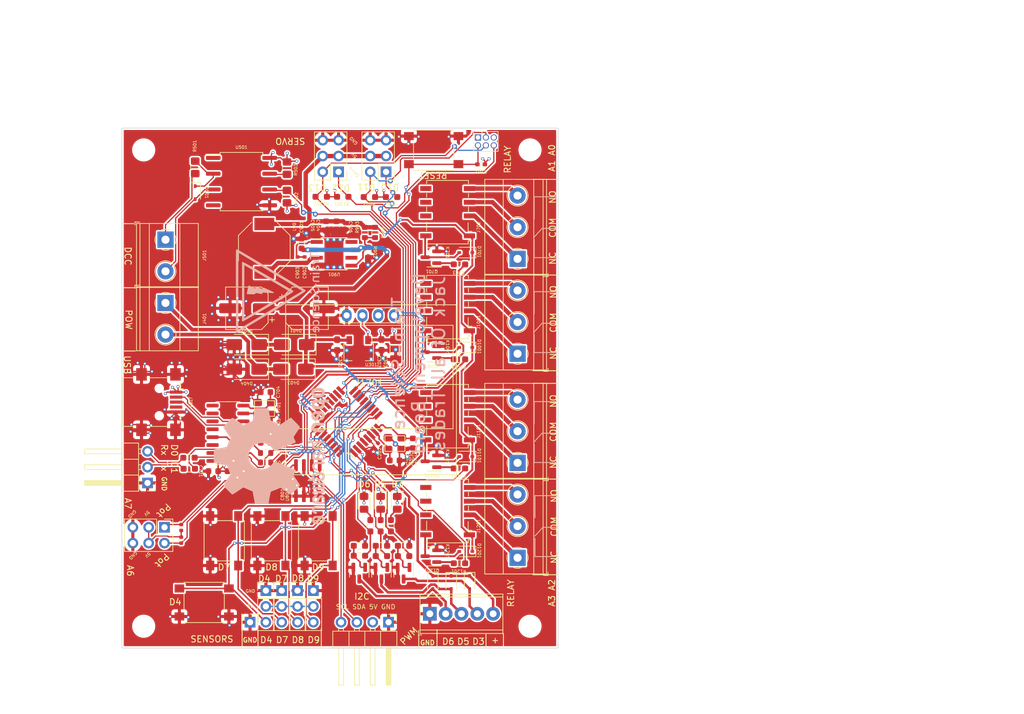
<source format=kicad_pcb>
(kicad_pcb (version 20221018) (generator pcbnew)
  (layers (0 "F.Cu" signal) (1 "In1.Cu" signal) (2 "In2.Cu" signal) (31 "B.Cu" signal) (34 "B.Paste" user) (35 "F.Paste" user) (36 "B.SilkS" user "B.Silkscreen") (37 "F.SilkS" user "F.Silkscreen") (38 "B.Mask" user) (39 "F.Mask" user) (44 "Edge.Cuts" user))
  (net 0 "")
  (net 1 "Net-(U901-BS)")
  (net 2 "Net-(U901-SW)")
  (net 3 "Net-(U901-FB)")
  (net 6 "GND")
  (net 8 "Net-(J701-D-)")
  (net 9 "Net-(J701-D+)")
  (net 11 "Net-(U701-XI)")
  (net 12 "Net-(U701-XO)")
  (net 13 "Net-(U701-V3)")
  (net 14 "Net-(U701-~{DTR})")
  (net 15 "Net-(U701-TXD)")
  (net 16 "Net-(U701-RXD)")
  (net 23 "/CPU/X1")
  (net 24 "+5V")
  (net 25 "/CPU/X2")
  (net 26 "VCC")
  (net 27 "Net-(D501-K)")
  (net 28 "Net-(U501-EN)")
  (net 29 "/SDA")
  (net 30 "/SCL")
  (net 32 "/reset")
  (net 33 "+5VA")
  (net 34 "/P2")
  (net 35 "/P1")
  (net 36 "Net-(D401-A)")
  (net 37 "Net-(D403-A)")
  (net 38 "Net-(D501-A)")
  (net 39 "Net-(D701-A)")
  (net 40 "Net-(D901-A)")
  (net 41 "Net-(D902-A)")
  (net 42 "Net-(D903-A)")
  (net 43 "Net-(D1001-A)")
  (net 44 "Net-(D1101-A)")
  (net 45 "Net-(D1201-A)")
  (net 46 "/S1")
  (net 47 "/S2")
  (net 48 "Net-(J702-Pin_1)")
  (net 49 "Net-(J702-Pin_2)")
  (net 50 "Net-(J702-Pin_3)")
  (net 51 "Net-(J1001-Pin_1)")
  (net 52 "Net-(J1001-Pin_2)")
  (net 53 "Net-(J1001-Pin_3)")
  (net 54 "Net-(J1101-Pin_1)")
  (net 55 "Net-(J1101-Pin_2)")
  (net 56 "Net-(J1101-Pin_3)")
  (net 57 "Net-(J1201-Pin_1)")
  (net 58 "Net-(J1201-Pin_2)")
  (net 59 "Net-(J1201-Pin_3)")
  (net 60 "/S3")
  (net 61 "/S4")
  (net 74 "Net-(Q701-B)")
  (net 75 "Net-(Q1001-B)")
  (net 76 "Net-(Q1101-B)")
  (net 77 "Net-(Q1201-B)")
  (net 78 "/DCC")
  (net 79 "/Rx")
  (net 80 "/Tx")
  (net 81 "/R1")
  (net 82 "/L1")
  (net 83 "/L2")
  (net 84 "/L3")
  (net 85 "/R2")
  (net 86 "/R3")
  (net 87 "/R4")
  (net 88 "/SW1")
  (net 89 "/SW2")
  (net 90 "/SW3")
  (net 91 "/SW4")
  (net 92 "Net-(Q901-G)")
  (net 93 "Net-(J501-Pin_1)")
  (net 94 "Net-(Q902-G)")
  (net 95 "Net-(Q903-G)")
  (net 96 "Net-(J301-Pin_3)")
  (net 97 "Net-(J301-Pin_2)")
  (net 98 "Net-(D904-A)")
  (net 99 "Net-(D905-A)")
  (net 100 "Net-(D906-A)")
  (footprint "Connector_PinHeader_2.54mm:PinHeader_1x03_P2.54mm_Vertical" (layer "F.Cu") (at 194.691 152.273)
    (fp_text reference "J803" hide)
    (fp_text value "Conn_01x03_Pin")
  )
  (footprint "custom_kicad_lib_sk:tactile_SMD_6mm" (layer "F.Cu") (at 179.705 154.178)
    (fp_text reference "SW804" hide)
    (fp_text value "SW_Push")
  )
  (footprint "Resistor_SMD:R_0603_1608Metric" (layer "F.Cu") (at 205.486 94.755 90)
    (fp_text reference "R903")
    (fp_text value "150k")
  )
  (footprint "Package_TO_SOT_SMD:SOT-23" (layer "F.Cu") (at 216.106 146.751 180)
    (fp_text reference "Q1201")
    (fp_text value "NPN_TOR")
  )
  (footprint "Relay_SMD:Relay_DPDT_Omron_G6K-2F-Y" (layer "F.Cu") (at 218.773 106.746 180)
    (fp_text reference "K1001")
    (fp_text value "G6K-2F-Y-TR DC5")
  )
  (footprint "Diode_SMD:D_SMA" (layer "F.Cu") (at 186.531 116.713 180)
    (fp_text reference "D404")
    (fp_text value "SS53")
  )
  (footprint "Capacitor_SMD:C_0603_1608Metric" (layer "F.Cu") (at 181.177 133.096 180)
    (fp_text reference "C701")
    (fp_text value "10uF")
  )
  (footprint "MountingHole:MountingHole_3.2mm_M3" (layer "F.Cu") (at 170 158)
    (fp_text reference "REF**" hide)
    (fp_text value "MountingHole_3.2mm_M3")
  )
  (footprint "Resistor_SMD:R_0603_1608Metric" (layer "F.Cu") (at 207.137 94.755 -90)
    (fp_text reference "R901")
    (fp_text value "220k")
  )
  (footprint "Package_TO_SOT_SMD:SOT-23" (layer "F.Cu") (at 208.153 149.479 -90)
    (fp_text reference "Q902" hide)
    (fp_text value "AO3400A")
  )
  (footprint "Capacitor_SMD:C_0603_1608Metric_Pad1.08x0.95mm_HandSolder" (layer "F.Cu") (at 201.047 112.8385 -90)
    (fp_text reference "C301")
    (fp_text value "330nF")
  )
  (footprint "Diode_SMD:D_SOD-323" (layer "F.Cu") (at 178.268 88.365 -90)
    (fp_text reference "D501")
    (fp_text value "1N4148WS")
  )
  (footprint "Connector_PinHeader_2.54mm:PinHeader_2x03_P2.54mm_Vertical" (layer "F.Cu") (at 208.895 85.025 180)
    (fp_text reference "J601" hide)
    (fp_text value "Conn_02x03_Odd_Even")
  )
  (footprint "Package_SO:TI_SO-PowerPAD-8" (layer "F.Cu") (at 200.5655 98.184)
    (fp_text reference "U901")
    (fp_text value "MT2499A")
  )
  (footprint "custom_kicad_lib_sk:R_0603_smalltext" (layer "F.Cu") (at 177.2685 130.937)
    (fp_text reference "R301" hide)
    (fp_text value "100R")
  )
  (footprint "Connector_PinHeader_2.54mm:PinHeader_1x03_P2.54mm_Vertical" (layer "F.Cu") (at 189.611 152.273)
    (fp_text reference "J805" hide)
    (fp_text value "Conn_01x03_Pin")
  )
  (footprint "MountingHole:MountingHole_3.2mm_M3" (layer "F.Cu") (at 232 81.5)
    (fp_text reference "REF**" hide)
    (fp_text value "MountingHole_3.2mm_M3")
  )
  (footprint "Connector_USB:USB_Mini-B_Lumberg_2486_01_Horizontal" (layer "F.Cu") (at 172.5 122 -90)
    (fp_text reference "J701")
    (fp_text value "USB_B_Mini")
  )
  (footprint "custom_kicad_lib_sk:tactile_SMD_6mm" (layer "F.Cu") (at 198.08 144.272 -90)
    (fp_text reference "SW801" hide)
    (fp_text value "SW_Push")
  )
  (footprint "Resistor_SMD:R_0603_1608Metric" (layer "F.Cu") (at 205.994 97.93 -90)
    (fp_text reference "R902")
    (fp_text value "20k")
  )
  (footprint "custom_kicad_lib_sk:R_0603_smalltext" (layer "F.Cu") (at 206.2245 89.07)
    (fp_text reference "R602")
    (fp_text value "10k")
  )
  (footprint "TerminalBlock_Phoenix:TerminalBlock_Phoenix_MKDS-1,5-2-5.08_1x02_P5.08mm_Horizontal" (layer "F.Cu") (at 173.5 106.08 -90)
    (fp_text reference "J401")
    (fp_text value "Screw_Terminal_01x02")
  )
  (footprint "Capacitor_SMD:C_0402_1005Metric" (layer "F.Cu") (at 194.691 99.172 -90)
    (fp_text reference "C903")
    (fp_text value "22nF")
  )
  (footprint "TerminalBlock_Phoenix:TerminalBlock_Phoenix_MKDS-1,5-3-5.08_1x03_P5.08mm_Horizontal" (layer "F.Cu") (at 230 114.234 90)
    (fp_text reference "J1001")
    (fp_text value "Screw_Terminal_01x03")
  )
  (footprint "Relay_SMD:Relay_DPDT_Omron_G6K-2F-Y" (layer "F.Cu") (at 218.773 139.512 180)
    (fp_text reference "K1201")
    (fp_text value "G6K-2F-Y-TR DC5")
  )
  (footprint "custom_kicad_lib_sk:R_0603_smalltext" (layer "F.Cu") (at 211.709 145.0825)
    (fp_text reference "R910" hide)
    (fp_text value "22k")
  )
  (footprint "custom_kicad_lib_sk:R_0603_smalltext" (layer "F.Cu") (at 208.153 145.0825)
    (fp_text reference "R911" hide)
    (fp_text value "22k")
  )
  (footprint "Diode_SMD:D_SOD-323" (layer "F.Cu") (at 221.694 113.223 180)
    (fp_text reference "D1001")
    (fp_text value "1N4148WS")
  )
  (footprint "Connector_PinHeader_2.54mm:PinHeader_1x03_P2.54mm_Vertical" (layer "F.Cu") (at 197.231 152.273)
    (fp_text reference "J802" hide)
    (fp_text value "Conn_01x03_Pin")
  )
  (footprint "Diode_SMD:D_SOD-323" (layer "F.Cu") (at 221.694 97.983 180)
    (fp_text reference "D701")
    (fp_text value "1N4148WS")
  )
  (footprint "Package_SO:SOIC-16_3.9x9.9mm_P1.27mm" (layer "F.Cu") (at 183.525 127 180)
    (fp_text reference "U701")
    (fp_text value "CH340G")
  )
  (footprint "TerminalBlock_Phoenix:TerminalBlock_Phoenix_MKDS-1,5-3-5.08_1x03_P5.08mm_Horizontal" (layer "F.Cu") (at 230 131.76 90)
    (fp_text reference "J1101")
    (fp_text value "Screw_Terminal_01x03")
  )
  (footprint "Capacitor_SMD:C_0603_1608Metric_Pad1.08x0.95mm_HandSolder" (layer "F.Cu") (at 208.159 112.812 -90)
    (fp_text reference "C302")
    (fp_text value "100nF")
  )
  (footprint "Connector_PinHeader_2.54mm:PinHeader_2x03_P2.54mm_Vertical" (layer "F.Cu") (at 201.275 85.025 180)
    (fp_text reference "J1301" hide)
    (fp_text value "Conn_02x03_Odd_Even")
  )
  (footprint "Connector_PinHeader_2.54mm:PinHeader_1x03_P2.54mm_Vertical" (layer "F.Cu") (at 192.151 152.273)
    (fp_text reference "J804" hide)
    (fp_text value "Conn_01x03_Pin")
  )
  (footprint "custom_kicad_lib_sk:crystal_arduino" (layer "F.Cu") (at 189.432 122.809)
    (fp_text reference "Y701")
    (fp_text value "Crystal")
  )
  (footprint "custom_kicad_lib_sk:R_0603_smalltext" (layer "F.Cu") (at 208.026 141.859 -90)
    (fp_text reference "R908" hide)
    (fp_text value "3k3")
  )
  (footprint "Capacitor_SMD:C_0603_1608Metric" (layer "F.Cu") (at 200.929 93.739 -90)
    (fp_text reference "C904")
    (fp_text value "22uF")
  )
  (footprint "Connector_PinHeader_2.54mm:PinHeader_1x04_P2.54mm_Horizontal" (layer "F.Cu") (at 209.296 157.353 -90)
    (fp_text reference "J1601" hide)
    (fp_text value "Conn_01x04_Pin")
  )
  (footprint "Package_TO_SOT_SMD:SOT-23" (layer "F.Cu") (at 211.709 149.4765 -90)
    (fp_text reference "Q901" hide)
    (fp_text value "AO3400A")
  )
  (footprint "Capacitor_SMD:C_0603_1608Metric" (layer "F.Cu") (at 189.559 120.396 180)
    (fp_text reference "C704")
    (fp_text value "22pF")
  )
  (footprint "Package_QFP:TQFP-32_7x7mm_P0.8mm" (layer "F.Cu") (at 202.646268 125.139268 135)
    (fp_text reference "U202")
    (fp_text value "ATmega328-A")
  )
  (footprint "MountingHole:MountingHole_3.2mm_M3" (layer "F.Cu") (at 170 81.5)
    (fp_text reference "REF**" hide)
    (fp_text value "MountingHole_3.2mm_M3")
  )
  (footprint "Connector_PinSocket_1.27mm:PinSocket_2x03_P1.27mm_Vertical" (layer "F.Cu") (at 223.647 79.502 90)
    (fp_text reference "U201" hide)
    (fp_text value "HEADER_3x2")
  )
  (footprint "TerminalBlock_Phoenix:TerminalBlock_Phoenix_MPT-0,5-5-2.54_1x05_P2.54mm_Horizontal" (layer "F.Cu") (at 215.92 156)
    (fp_text reference "J901" hide)
    (fp_text value "Screw_Terminal_01x05")
  )
  (footprint "custom_kicad_lib_sk:crystal_arduino" (layer "F.Cu") (at 210.369268 128.450268)
    (fp_text reference "Y201")
    (fp_text value "Crystal_GND2")
  )
  (footprint "Resistor_SMD:R_0402_1005Metric_Pad0.72x0.64mm_HandSolder" (layer "F.Cu") (at 224.155 83.82 180)
    (fp_text reference "R202")
    (fp_text value "10k")
  )
  (footprint "Resistor_SMD:R_0805_2012Metric_Pad1.20x1.40mm_HandSolder" (layer "F.Cu") (at 178.268 84.301 90)
    (fp_text reference "R501")
    (fp_text value "1k")
  )
  (footprint "Capacitor_SMD:C_0402_1005Metric" (layer "F.Cu") (at 202.311 93.741 -90)
    (fp_text reference "C906")
    (fp_text value "100nF")
  )
  (footprint "LED_SMD:LED_0805_2012Metric_Pad1.15x1.40mm_HandSolder" (layer "F.Cu") (at 208.026 138.176 -90)
    (fp_text reference "D902" hide)
    (fp_text value "LED")
  )
  (footprint "Package_TO_SOT_SMD:SOT-23" (layer "F.Cu") (at 204.597 149.479 -90)
    (fp_text reference "Q903" hide)
    (fp_text value "AO3400A")
  )
  (footprint "custom_kicad_lib_sk:R_0603_smalltext" (layer "F.Cu") (at 220.678 147.893999 180)
    (fp_text reference "R1201")
    (fp_text value "1k")
  )
  (footprint "Capacitor_SMD:C_0402_1005Metric" (layer "F.Cu") (at 176.022 142.141 90)
    (fp_text reference "C1401" hide)
    (fp_text value "100nF")
  )
  (footprint "Capacitor_SMD:C_0402_1005Metric" (layer "F.Cu") (at 176.022 144.173 90)
    (fp_text reference "C1402" hide)
    (fp_text value "100nF")
  )
  (footprint "TerminalBlock_Phoenix:TerminalBlock_Phoenix_MKDS-1,5-3-5.08_1x03_P5.08mm_Horizontal" (layer "F.Cu") (at 230 147 90)
    (fp_text reference "J1201")
    (fp_text value "Screw_Terminal_01x03")
  )
  (footprint "Package_TO_SOT_SMD:SOT-23" (layer "F.Cu") (at 216.106 131.511 180)
    (fp_text reference "Q1101")
    (fp_text value "NPN_TOR")
  )
  (footprint "Diode_SMD:D_SOD-323" (layer "F.Cu") (at 219.358 150.969 -90)
    (fp_text reference "D905" hide)
    (fp_text value "1N4148WS")
  )
  (footprint "custom_kicad_lib_sk:128x64OLED" (layer "F.Cu") (at 206.185 118.677)
    (fp_text reference "J1701")
    (fp_text value "Conn_01x04_Pin")
  )
  (footprint "Resistor_SMD:R_0603_1608Metric" (layer "F.Cu") (at 189.572 131.699)
    (fp_text reference "R701")
    (fp_text value "1k")
  )
  (footprint "Capacitor_SMD:C_0603_1608Metric" (layer "F.Cu") (at 213.197268 128.609268 90)
    (fp_text reference "C203")
    (fp_text value "12pF")
  )
  (footprint "Capacitor_SMD:C_0603_1608Metric" (layer "F.Cu") (at 189.559 128.524)
    (fp_text reference "C706")
    (fp_text value "100nF")
  )
  (footprint "custom_kicad_lib_sk:R_0603_smalltext" (layer "F.Cu") (at 220.678 99.887999 180)
    (fp_text reference "R703")
    (fp_text value "1k")
  )
  (footprint "Capacitor_SMD:C_0603_1608Metric" (layer "F.Cu") (at 199.263 93.739 -90)
    (fp_text reference "C905")
    (fp_text value "22uF")
  )
  (footprint "Diode_SMD:D_SOD-323" (layer "F.Cu") (at 221.694 145.989 180)
    (fp_text reference "D1201")
    (fp_text value "1N4148WS")
  )
  (footprint "Package_TO_SOT_SMD:SOT-23" (layer "F.Cu") (at 216.106 113.985 180)
    (fp_text reference "Q1001")
    (fp_text value "NPN_TOR")
  )
  (footprint "custom_kicad_lib_sk:R_0603_smalltext" (layer "F.Cu") (at 220.678 132.654 180)
    (fp_text reference "R1101")
    (fp_text value "1k")
  )
  (footprint "MountingHole:MountingHole_3.2mm_M3" (layer "F.Cu") (at 232 158)
    (fp_text reference "REF**" hide)
    (fp_text value "MountingHole_3.2mm_M3")
  )
  (footprint "custom_kicad_lib_sk:R_0603_smalltext" (layer "F.Cu") (at 209.677 141.859 -90)
    (fp_text reference "R907" hide)
    (fp_text value "3k3")
  )
  (footprint "Capacitor_SMD:C_0603_1608Metric" (layer "F.Cu") (at 189.636 125.569)
    (fp_text reference "C703")
    (fp_text value "22pF")
  )
  (footprint "custom_kicad_lib_sk:R_0603_smalltext" (layer "F.Cu") (at 204.6205 146.6825 180)
    (fp_text reference "R906" hide)
    (fp_text value "22R")
  )
  (footprint "Capacitor_SMD:C_0603_1608Metric" (layer "F.Cu") (at 184.225 133.096)
    (fp_text reference "C702")
    (fp_text value "100nF")
  )
  (footprint "custom_kicad_lib_sk:tactile_SMD_6mm" (layer "F.Cu") (at 182.92 144.272 -90)
    (fp_text reference "SW803" hide)
    (fp_text value "SW_Push")
  )
  (footprint "Diode_SMD:D_SMA" (layer "F.Cu") (at 186.531 112.776 180)
    (fp_text reference "D402")
    (fp_text value "SS53")
  )
  (footprint "Capacitor_SMD:CP_Elec_6.3x5.8" (layer "F.Cu") (at 186.563 106.934 180)
    (fp_text reference "C401" hide)
    (fp_text value "100uF")
  )
  (footprint "custom_kicad_lib_sk:R_0603_smalltext" (layer "F.Cu") (at 211.709 146.7335 180)
    (fp_text reference "R904" hide)
    (fp_text value "22R")
  )
  (footprint "Connector_PinHeader_2.54mm:PinHeader_1x03_P2.54mm_Horizontal" (layer "F.Cu") (at 170.618 134.986 180)
    (fp_text reference "J301" hide)
    (fp_text value "Conn_01x03_Pin")
  )
  (footprint "custom_kicad_lib_sk:R_0603_smalltext" (layer "F.Cu") (at 201.945 89.027 180)
    (fp_text reference "R1301")
    (fp_text value "10k")
  )
  (footprint "Diode_SMD:D_SOD-323" (layer "F.Cu") (at 222.308 150.969 -90)
    (fp_text reference "D904" hide)
    (fp_text value "1N4148WS")
  )
  (footprint "Capacitor_SMD:CP_Elec_6.3x5.8" (layer "F.Cu") (at 196.215 106.934)
    (fp_text reference "C402" hide)
    (fp_text value "100uF")
  )
  (footprint "Inductor_SMD:L_Bourns-SRU8028_8.0x8.0mm" (layer "F.Cu") (at 189.357 97.295 90)
    (fp_text reference "L901")
    (fp_text value "L")
  )
  (footprint "Relay_SMD:Relay_DPDT_Omron_G6K-2F-Y" (layer "F.Cu") (at 218.773 124.272 180)
    (fp_text reference "K1101")
    (fp_text value "G6K-2F-Y-TR DC5")
  )
  (footprint "LED_SMD:LED_0805_2012Metric_Pad1.15x1.40mm_HandSolder" (layer "F.Cu") (at 205.359 138.176 -90)
    (fp_text reference "D903" hide)
    (fp_text value "LED")
  )
  (footprint "Package_TO_SOT_SMD:SOT-89-3" (layer "F.Cu") (at 204.5 114 -90)
    (fp_text reference "U301")
    (fp_text value "L78L05_SOT89")
  )
  (footprint "Capacitor_SMD:C_0402_1005Metric" (layer "F.Cu") (at 195.834 99.172 -90)
    (fp_text reference "C902")
    (fp_text value "100nF")
  )
  (footprint "Capacitor_SMD:C_0603_1608Metric" (layer "F.Cu") (at 210.276268 131.371268 180)
    (fp_text reference "C201")
    (fp_text value "12pF")
  )
  (footprint "Capacitor_SMD:C_0402_1005Metric" (layer "F.Cu") (at 207.269857 128.948679 -135)
    (fp_text reference "C202")
    (fp_text value "100nF")
  )
  (footprint "TerminalBlock_Phoenix:TerminalBlock_Phoenix_MKDS-1,5-3-5.08_1x03_P5.08mm_Horizontal" (layer "F.Cu") (at 230 98.994 90)
    (fp_text reference "J702")
    (fp_text value "Screw_Terminal_01x03")
  )
  (footprint "Resistor_SMD:R_0805_2012Metric_Pad1.20x1.40mm_HandSolder" (layer "F.Cu") (at 193 89 90)
    (fp_text reference "R503")
    (fp_text value "10k")
  )
  (footprint "custom_kicad_lib_sk:R_0603_smalltext" (layer "F.Cu") (at 220.678 115.127999 180)
    (fp_text reference "R1001")
    (fp_text value "1k")
  )
  (footprint "LED_SMD:LED_0805_2012Metric_Pad1.15x1.40mm_HandSolder" (layer "F.Cu") (at 210.693 138.176 -90)
    (fp_text reference "D901" hide)
    (fp_text value "LED")
  )
  (footprint "Diode_SMD:D_SOD-323" (layer "F.Cu") (at 216.408 150.969 -90)
    (fp_text reference "D906" hide)
    (fp_text value "1N4148WS")
  )
  (footprint "custom_kicad_lib_sk:R_0603_smalltext" (layer "F.Cu") (at 204.6205 145.0825)
    (fp_text reference "R912" hide)
    (fp_text value "22k")
  )
  (footprint "Resistor_SMD:R_0603_1608Metric" (layer "F.Cu") (at 189.572 130.175 180)
    (fp_text reference "R702")
    (fp_text value "1k")
  )
  (footprint "Connector_PinHeader_2.54mm:PinHeader_1x01_P2.54mm_Vertical" (layer "F.Cu") (at 187.071 157.353 -90)
    (fp_text reference "J806" hide)
    (fp_text value "Conn_01x01_Pin")
  )
  (footprint "Diode_SMD:D_SOD-323" (layer "F.Cu") (at 221.694 130.749 180)
    (fp_text reference "D1101")
    (fp_text value "1N4148WS")
  )
  (footprint "custom_kicad_lib_sk:R_0603_smalltext" (layer "F.Cu") (at 209.7805 89.07 180)
    (fp_text reference "R601")
    (fp_text value "10k")
  )
  (footprint "Capacitor_SMD:C_0603_1608Metric" (layer "F.Cu") (at 195.326 96.533 90)
    (fp_text reference "C901")
    (fp_text value "22uF")
  )
  (footprint "custom_kicad_lib_sk:tactile_SMD_6mm" (layer "F.Cu") (at 216.535 81.534)
    (fp_text reference "SW202" hide)
    (fp_text value "SW_Push")
  )
  (footprint "TerminalBlock_Phoenix:TerminalBlock_Phoenix_MKDS-1,5-2-5.08_1x02_P5.08mm_Horizontal" (layer "F.Cu") (at 173.5 95.92 -90)
    (fp_text reference "J501")
    (fp_text value "Screw_Terminal_01x02")
  )
  (footprint "custom_kicad_lib_sk:R_0603_smalltext" (layer "F.Cu") (at 177.3155 132.715)
    (fp_text reference "R302" hide)
    (fp_text value "100R")
  )
  (footprint "Package_TO_SOT_SMD:SOT-23" (layer "F.Cu") (at 216.106 98.745 180)
    (fp_text reference "Q701")
    (fp_text value "NPN_TOR")
  )
  (footprint "Diode_SMD:D_SMA" (layer "F.Cu") (at 194.151 112.776 180)
    (fp_text reference "D401")
    (fp_text value "SS53")
  )
  (footprint "Capacitor_SMD:C_0402_1005Metric" (layer "F.Cu") (at 188.924 127 180)
    (fp_text reference "C705")
    (fp_text value "100nF")
  )
  (footprint "custom_kicad_lib_sk:R_0603_smalltext" (layer "F.Cu") (at 198.4925 89.027)
    (fp_text reference "R1302")
    (fp_text value "10k")
  )
  (footprint "Capacitor_SMD:C_0603_1608Metric" (layer "F.Cu") (at 192.786 134.19 90)
    (fp_text reference "C801")
    (fp_text value "100nF")
  )
  (footprint "Relay_SMD:Relay_DPDT_Omron_G6K-2F-Y" (layer "F.Cu") (at 218.773 91.506 180)
    (fp_text reference "K701")
    (fp_text value "G6K-2F-Y-TR DC5")
  )
  (footprint "custom_kicad_lib_sk:tactile_SMD_6mm" (layer "F.Cu") (at 190.5 144.272 -90)
    (fp_text reference "SW802" hide)
    (fp_text value "SW_Push")
  )
  (footprint "custom_kicad_lib_sk:R_0603_smalltext" (layer "F.Cu") (at 206.375 141.859 -90)
    (fp_text reference "R909" hide)
    (fp_text value "3k3")
  )
  (footprint "Capacitor_SMD:C_1206_3216Metric_Pad1.33x1.80mm_HandSolder" (layer "F.Cu") (at 210.445 113.574 -90)
    (fp_text reference "C303")
    (fp_text value "100uF")
  )
  (footprint "Connector_PinHeader_2.54mm:PinHeader_2x03_P2.54mm_Vertical" (layer "F.Cu") (at 173.34 142.108 -90)
    (fp_text reference "J1401" hide)
    (fp_text value "Conn_02x03_Odd_Even")
  )
  (footprint "Resistor_SMD:R_0805_2012Metric_Pad1.20x1.40mm_HandSolder" (layer "F.Cu") (at 193 84.428 -90)
    (fp_text reference "R502")
    (fp_text value "10k")
  )
  (footprint "Diode_SMD:D_SMA" (layer "F.Cu") (at 194.024 116.713 180)
    (fp_text reference "D403")
    (fp_text value "SS53")
  )
  (footprint "Package_SO:SOP-8_6.62x9.15mm_P2.54mm" (layer "F.Cu") (at 185.69 86.589)
    (fp_text reference "U501")
    (fp_text value "6N137")
  )
  (footprint "Package_SO:SOIC-8_3.9x4.9mm_P1.27mm" (layer "F.Cu") (at 196.342 134.62 90)
    (fp_text reference "U801")
    (fp_text value "24LC256")
  )
  (footprint "custom_kicad_lib_sk:R_0603_smalltext" (layer "F.Cu") (at 208.153 146.7335 180)
    (fp_text reference "R905" hide)
    (fp_text value "22R")
  )
  (footprint "kicad_images:Train-Science logo" (layer "B.Cu") (at 191.643 104.267 -90)
    (fp_text reference "G***" hide)
    (fp_text value "LOGO" hide)
  )
  (footprint "Symbol:OSHW-Logo2_24.3x20mm_SilkScreen" (layer "B.Cu") (at 190.5 130.683 -90)
    (fp_text reference "REF**" hide)
    (fp_text value "OSHW-Logo2_24.3x20mm_SilkScreen" hide)
  )
  (gr_line (start 236.093 127) (end 233.934 127) (stroke (width 0.15)) (layer "B.SilkS"))
  (gr_line (start 236.093 94.107) (end 233.934 94.107) (stroke (width 0.15)) (layer "B.SilkS"))
  (gr_line (start 234.061 142.113) (end 232.791 143.51) (stroke (width 0.15)) (layer "B.SilkS"))
  (gr_line (start 232.791 146.812) (end 236.347 146.812) (stroke (width 0.15)) (layer "B.SilkS"))
  (gr_line (start 236.093 109.347) (end 233.934 109.347) (stroke (width 0.15)) (layer "B.SilkS"))
  (gr_line (start 236.22 142.113) (end 234.061 142.113) (stroke (width 0.15)) (layer "B.SilkS"))
  (gr_line (start 232.664 121.92) (end 232.664 125.476) (stroke (width 0.15)) (layer "B.SilkS"))
  (gr_line (start 232.664 98.806) (end 236.22 98.806) (stroke (width 0.15)) (layer "B.SilkS"))
  (gr_line (start 232.664 111.125) (end 232.664 114.046) (stroke (width 0.15)) (layer "B.SilkS"))
  (gr_line (start 232.664 104.267) (end 232.664 107.823) (stroke (width 0.15)) (layer "B.SilkS"))
  (gr_line (start 233.934 94.107) (end 232.664 95.504) (stroke (width 0.15)) (layer "B.SilkS"))
  (gr_line (start 236.22 89.027) (end 232.664 89.027) (stroke (width 0.15)) (layer "B.SilkS"))
  (gr_line (start 232.664 95.885) (end 232.664 98.806) (stroke (width 0.15)) (layer "B.SilkS"))
  (gr_line (start 232.791 143.891) (end 232.791 146.812) (stroke (width 0.15)) (layer "B.SilkS"))
  (gr_line (start 232.664 128.778) (end 232.664 131.699) (stroke (width 0.15)) (layer "B.SilkS"))
  (gr_line (start 236.347 137.033) (end 232.791 137.033) (stroke (width 0.15)) (layer "B.SilkS"))
  (gr_line (start 232.664 131.699) (end 236.22 131.699) (stroke (width 0.15)) (layer "B.SilkS"))
  (gr_line (start 233.934 109.347) (end 232.664 110.744) (stroke (width 0.15)) (layer "B.SilkS"))
  (gr_line (start 232.664 114.046) (end 236.22 114.046) (stroke (width 0.15)) (layer "B.SilkS"))
  (gr_line (start 236.22 121.92) (end 232.664 121.92) (stroke (width 0.15)) (layer "B.SilkS"))
  (gr_line (start 233.934 127) (end 232.664 128.397) (stroke (width 0.15)) (layer "B.SilkS"))
  (gr_line (start 232.791 137.033) (end 232.791 140.589) (stroke (width 0.15)) (layer "B.SilkS"))
  (gr_line (start 236.22 104.267) (end 232.664 104.267) (stroke (width 0.15)) (layer "B.SilkS"))
  (gr_line (start 232.664 89.027) (end 232.664 92.583) (stroke (width 0.15)) (layer "B.SilkS"))
  (gr_line (start 236.474 134.366) (end 232.6 134.36) (stroke (width 0.15)) (layer "F.SilkS"))
  (gr_line (start 236.347 149.733) (end 232.473 149.727) (stroke (width 0.15)) (layer "F.SilkS"))
  (gr_line (start 236.347 116.967) (end 232.473 116.961) (stroke (width 0.15)) (layer "F.SilkS"))
  (gr_line (start 168.656 103.632) (end 166.878 103.632) (stroke (width 0.15)) (layer "F.SilkS"))
  (gr_line (start 168.402 93.345) (end 166.624 93.345) (stroke (width 0.15)) (layer "F.SilkS"))
  (gr_line (start 217.068 161.334) (end 217.068 158.54) (stroke (width 0.15)) (layer "F.SilkS"))
  (gr_line (start 198.501 161.29) (end 198.501 158.369) (stroke (width 0.15)) (layer "F.SilkS"))
  (gr_line (start 185.801 161.29) (end 185.801 158.6865) (stroke (width 0.15)) (layer "F.SilkS"))
  (gr_line (start 236.347 86.233) (end 232.473 86.227) (stroke (width 0.15)) (layer "F.SilkS"))
  (gr_line (start 168.656 113.792) (end 166.878 113.792) (stroke (width 0.15)) (layer "F.SilkS"))
  (gr_line (start 236.474 101.6) (end 232.6 101.594) (stroke (width 0.15)) (layer "F.SilkS"))
  (gr_line (start 236.347 118.999) (end 232.473 118.993) (stroke (width 0.15)) (layer "F.SilkS"))
  (gr_line (start 227.731 161.207) (end 227.731 159.175) (stroke (width 0.15)) (layer "F.SilkS"))
  (gr_line (start 188.341 161.29) (end 188.341 158.623) (stroke (width 0.15)) (layer "F.SilkS"))
  (gr_line (start 214.142 161.461) (end 214.142 159.429) (stroke (width 0.15)) (layer "F.SilkS"))
  (gr_line (start 224.937 161.334) (end 224.937 159.302) (stroke (width 0.15)) (layer "F.SilkS"))
  (gr_rect (start 166.5 78) (end 236.5 161.5) (stroke (width 0.1)) (fill none) (layer "Edge.Cuts"))
  (gr_text "Train-Science\nDevelopment Board\nJack Of all Trades" (at 214.122 115.824 90) (layer "B.SilkS") (effects (font (size 2 2) (thickness 0.3) bold) (justify mirror)))
  (gr_text "D4" (at 188.595 160.782) (layer "F.SilkS") (effects (font (size 1 1)) (justify left bottom)))
  (gr_text "DCC" (at 166.878 98.552 270) (layer "F.SilkS") (effects (font (size 1 1)) (justify bottom)))
  (gr_text "GND" (at 187.071 160.655) (layer "F.SilkS") (effects (font (size 0.75 0.75)) (justify bottom)))
  (gr_text "A7" (at 166.878 137.282 270) (layer "F.SilkS") (effects (font (size 1 1)) (justify left bottom)))
  (gr_text "Pot" (at 173.736 138.044 225) (layer "F.SilkS") (effects (font (size 1 1)) (justify left bottom)))
  (gr_text "D13" (at 199.39 86.995 180) (layer "F.SilkS") (effects (font (size 1 1)) (justify left bottom)))
  (gr_text "D8" (at 193.675 150.876) (layer "F.SilkS") (effects (font (size 1 1)) (justify left bottom)))
  (gr_text "GND" (at 186.309 152.654) (layer "F.SilkS") (effects (font (size 0.5 0.5) (thickness 0.075)) (justify left bottom)))
  (gr_text "D7" (at 181.817 149.098) (layer "F.SilkS") (effects (font (size 1 1)) (justify left bottom)))
  (gr_text "+" (at 225.699 160.826) (layer "F.SilkS") (effects (font (size 1 1)) (justify left bottom)))
  (gr_text "Pot" (at 173.482 146.045 225) (layer "F.SilkS") (effects (font (size 1 1)) (justify left bottom)))
  (gr_text "D4" (at 173.99 154.686) (layer "F.SilkS") (effects (font (size 1 1)) (justify left bottom)))
  (gr_text "D7" (at 191.135 160.782) (layer "F.SilkS") (effects (font (size 1 1)) (justify left bottom)))
  (gr_text "D3" (at 209.677 135.763) (layer "F.SilkS") (effects (font (size 1 1)) (justify left bottom)))
  (gr_text "D0\nRx\n" (at 172.72 128.651 270) (layer "F.SilkS") (effects (font (size 1 1)) (justify left bottom)))
  (gr_text "Servo\n" (at 204.724 85.598 135) (layer "F.SilkS") (effects (font (size 0.5 0.5) (thickness 0.075)) (justify left bottom)))
  (gr_text "A3 A2" (at 236.093 154.94 90) (layer "F.SilkS") (effects (font (size 1 1)) (justify left bottom)))
  (gr_text "D6" (at 217.805 161.036) (layer "F.SilkS") (effects (font (size 1 1)) (justify left bottom)))
  (gr_text "RELAY" (at 228.981 85.344 90) (layer "F.SilkS") (effects (font (size 1 1)) (justify left bottom)))
  (gr_text "D8" (at 189.437 149.098) (layer "F.SilkS") (effects (font (size 1 1)) (justify left bottom)))
  (gr_text "D9" (at 196.93 149.098) (layer "F.SilkS") (effects (font (size 1 1)) (justify left bottom)))
  (gr_text "A1 A0" (at 236.093 85.09 90) (layer "F.SilkS") (effects (font (size 1 1)) (justify left bottom)))
  (gr_text "D9" (at 196.215 160.782) (layer "F.SilkS") (effects (font (size 1 1)) (justify left bottom)))
  (gr_text "5V" (at 186.563 155.067) (layer "F.SilkS") (effects (font (size 0.5 0.5) (thickness 0.075)) (justify left bottom)))
  (gr_text "GND" (at 204.47 80.391 135) (layer "F.SilkS") (effects (font (size 0.5 0.5) (thickness 0.075)) (justify left bottom)))
  (gr_text "RELAY" (at 229.5 155 90) (layer "F.SilkS") (effects (font (size 1 1)) (justify left bottom)))
  (gr_text "5V" (at 170.8 145.978 -135) (layer "F.SilkS") (effects (font (size 0.5 0.5) (thickness 0.075)) (justify left bottom)))
  (gr_text "D11" (at 207.264 86.868 180) (layer "F.SilkS") (effects (font (size 1 1)) (justify left bottom)))
  (gr_text "D6" (at 204.343 135.763) (layer "F.SilkS") (effects (font (size 1 1)) (justify left bottom)))
  (gr_text "D10" (at 211.074 86.868 180) (layer "F.SilkS") (effects (font (size 1 1)) (justify left bottom)))
  (gr_text "SCL SDA 5V GND" (at 200.787 155.321) (layer "F.SilkS") (effects (font (size 0.75 0.75) (thickness 0.1)) (justify left bottom)))
  (gr_text "POW" (at 167.005 107.061 270) (layer "F.SilkS") (effects (font (size 1 1)) (justify left bottom)))
  (gr_text "GND" (at 215.539 161.08) (layer "F.SilkS") (effects (font (size 0.75 0.75)) (justify bottom)))
  (gr_text "PWM" (at 213 160 45) (layer "F.SilkS") (effects (font (size 1 1)) (justify bottom)))
  (gr_text "5V" (at 204.343 82.55 135) (layer "F.SilkS") (effects (font (size 0.5 0.5) (thickness 0.075)) (justify left bottom)))
  (gr_text "D1\nTx" (at 172.72 131.445 270) (layer "F.SilkS") (effects (font (size 1 1)) (justify left bottom)))
  (gr_text "D4" (at 188.281 150.943) (layer "F.SilkS") (effects (font (size 1 1)) (justify left bottom)))
  (gr_text "GND" (at 168.514 139.187 -135) (layer "F.SilkS") (effects (font (size 0.5 0.5) (thickness 0.075)) (justify left bottom)))
  (gr_text "D5" (at 206.883 135.763) (layer "F.SilkS") (effects (font (size 1 1)) (justify left bottom)))
  (gr_text "5V" (at 170.673 139.314 -135) (layer "F.SilkS") (effects (font (size 0.5 0.5) (thickness 0.075)) (justify left bottom)))
  (gr_text "NC   COM   NO" (at 236.347 126.746 90) (layer "F.SilkS") (effects (font (size 1 1)) (justify bottom)))
  (gr_text "GND" (at 172.847 135.128 -90) (layer "F.SilkS") (effects (font (size 0.75 0.75)) (justify bottom)))
  (gr_text "D7" (at 191.008 150.943) (layer "F.SilkS") (effects (font (size 1 1)) (justify left bottom)))
  (gr_text "GND" (at 168.641 145.851 -135) (layer "F.SilkS") (effects (font (size 0.5 0.5) (thickness 0.075)) (justify left bottom)))
  (gr_text "SENSORS" (at 177.419 160.655) (layer "F.SilkS") (effects (font (size 1 1)) (justify left bottom)))
  (gr_text "NC   COM   NO" (at 236.347 109.22 90) (layer "F.SilkS") (effects (font (size 1 1)) (justify bottom)))
  (gr_text "D9" (at 196.088 150.943) (layer "F.SilkS") (effects (font (size 1 1)) (justify left bottom)))
  (gr_text "A6" (at 167.259 148.077 270) (layer "F.SilkS") (effects (font (size 1 1)) (justify left bottom)))
  (gr_text "NC   COM   NO" (at 236.474 141.986 90) (layer "F.SilkS") (effects (font (size 1 1)) (justify bottom)))
  (gr_text "I2C " (at 203.708 153.797) (layer "F.SilkS") (effects (font (size 1 1)) (justify left bottom)))
  (gr_text "D8" (at 193.675 160.782) (layer "F.SilkS") (effects (font (size 1 1)) (justify left bottom)))
  (gr_text "D3" (at 222.651 161.036) (layer "F.SilkS") (effects (font (size 1 1)) (justify left bottom)))
  (gr_text "D12\n" (at 203.2 86.995 180) (layer "F.SilkS") (effects (font (size 1 1)) (justify left bottom)))
  (gr_text "D5" (at 220.218 161.036) (layer "F.SilkS") (effects (font (size 1 1)) (justify left bottom)))
  (gr_text "RESET" (at 218.821 84.963 180) (layer "F.SilkS") (effects (font (size 1 1)) (justify left bottom)))
  (gr_text "USB" (at 166.751 114.427 270) (layer "F.SilkS") (effects (font (size 1 1)) (justify left bottom)))
  (gr_text "SERVO" (at 196 79.5 180) (layer "F.SilkS") (effects (font (size 1 1)) (justify left bottom)))
  (gr_text "NC   COM   NO" (at 236.22 93.98 90) (layer "F.SilkS") (effects (font (size 1 1)) (justify bottom)))
  (segment (start 194.691 98.692) (end 195.834 98.692) (width 0.25) (layer "F.Cu") (net 1))
  (segment (start 194.526 96.855183) (end 194.848183 96.533) (width 0.25) (layer "F.Cu") (net 1))
  (segment (start 196.469 96.279) (end 196.215 96.533) (width 0.25) (layer "F.Cu") (net 1))
  (segment (start 197.7855 96.279) (end 196.469 96.279) (width 0.25) (layer "F.Cu") (net 1))
  (segment (start 194.848183 96.533) (end 196.215 96.533) (width 0.25) (layer "F.Cu") (net 1))
  (segment (start 194.526 98.527) (end 194.526 96.855183) (width 0.25) (layer "F.Cu") (net 1))
  (segment (start 194.691 98.692) (end 194.526 98.527) (width 0.25) (layer "F.Cu") (net 1))
  (segment (start 196.159807 99.652) (end 195.834 99.652) (width 0.7) (layer "F.Cu") (net 2))
  (segment (start 191.572 99.652) (end 190.029 101.195) (width 0.7) (layer "F.Cu") (net 2))
  (segment (start 196.992807 98.819) (end 196.159807 99.652) (width 0.7) (layer "F.Cu") (net 2))
  (segment (start 197.7855 98.819) (end 196.992807 98.819) (width 0.7) (layer "F.Cu") (net 2))
  (segment (start 190.029 101.195) (end 189.357 101.195) (width 0.7) (layer "F.Cu") (net 2))
  (segment (start 194.691 99.652) (end 191.572 99.652) (width 0.7) (layer "F.Cu") (net 2))
  (segment (start 195.834 99.652) (end 194.691 99.652) (width 0.7) (layer "F.Cu") (net 2))
  (segment (start 205.994 97.105) (end 205.194 97.905) (width 0.25) (layer "F.Cu") (net 3))
  (segment (start 205.486 95.58) (end 207.137 95.58) (width 0.25) (layer "F.Cu") (net 3))
  (segment (start 205.194 97.905) (end 205.194 98.857) (width 0.25) (layer "F.Cu") (net 3))
  (segment (start 205.486 95.58) (end 205.486 96.597) (width 0.25) (layer "F.Cu") (net 3))
  (segment (start 205.194 98.857) (end 203.962 100.089) (width 0.25) (layer "F.Cu") (net 3))
  (segment (start 205.486 96.597) (end 205.994 97.105) (width 0.25) (layer "F.Cu") (net 3))
  (segment (start 203.962 100.089) (end 203.3455 100.089) (width 0.25) (layer "F.Cu") (net 3))
  (segment (start 201.549 100.343) (end 201.549 95.898) (width 1) (layer "F.Cu") (net 6))
  (segment (start 210.445 115.1365) (end 210.445 113.574) (width 0.2) (layer "F.Cu") (net 6))
  (segment (start 184.41445 131.44097) (end 185.99597 131.44097) (width 0.2) (layer "F.Cu") (net 6))
  (segment (start 217.0435 130.561) (end 218.57 130.561) (width 0.2) (layer "F.Cu") (net 6))
  (segment (start 169.354 126.746) (end 169.65 126.45) (width 0.2) (layer "F.Cu") (net 6))
  (segment (start 209.519268 127.720268) (end 210.403268 128.604268) (width 0.25) (layer "F.Cu") (net 6))
  (segment (start 208.413 114.971) (end 206.635 114.971) (width 0.2) (layer "F.Cu") (net 6))
  (segment (start 183.769 157.861) (end 183.769 156.517) (width 0.2) (layer "F.Cu") (net 6))
  (segment (start 175.2 123.6) (end 175.2 123.892) (width 0.2) (layer "F.Cu") (net 6))
  (segment (start 199.263 100.089) (end 199.517 100.343) (width 1) (layer "F.Cu") (net 6))
  (segment (start 169.037 115.697) (end 169.65 116.31) (width 0.2) (layer "F.Cu") (net 6))
  (segment (start 205.359 138.176) (end 205.359 136.144) (width 0.2) (layer "F.Cu") (net 6))
  (segment (start 175.1 117.55) (end 176.201 117.55) (width 0.2) (layer "F.Cu") (net 6))
  (segment (start 174.498 124.302) (end 175.2 123.6) (width 0.2) (layer "F.Cu") (net 6))
  (segment (start 199.517 100.343) (end 199.517 95.898) (width 1) (layer "F.Cu") (net 6))
  (segment (start 175.2 123.892) (end 175.895 124.587) (width 0.2) (layer "F.Cu") (net 6))
  (segment (start 196.469 136.587) (end 196.469 136.333) (width 0.2) (layer "F.Cu") (net 6))
  (segment (start 216.789 145.5465) (end 217.0435 145.801) (width 0.2) (layer "F.Cu") (net 6))
  (segment (start 199.771 113.665) (end 201.011 113.665) (width 0.2) (layer "F.Cu") (net 6))
  (segment (start 202.571 113.701) (end 201.047 113.701) (width 0.2) (layer "F.Cu") (net 6))
  (segment (start 212.598 145.059) (end 212.6215 145.0825) (width 0.2) (layer "F.Cu") (net 6))
  (segment (start 205.958 113.701) (end 205.867 113.792) (width 0.2) (layer "F.Cu") (net 6))
  (segment (start 185.42 113.665) (end 184.531 112.776) (width 0.2) (layer "F.Cu") (net 6))
  (segment (start 188.282 120.898) (end 188.784 120.396) (width 0.25) (layer "F.Cu") (net 6))
  (segment (start 205.994 98.755) (end 207.327 98.755) (width 0.7) (layer "F.Cu") (net 6))
  (segment (start 212.469 79.375) (end 212.56 79.284) (width 0.2) (layer "F.Cu") (net 6))
  (segment (start 210.693 136.271) (end 210.439 136.017) (width 0.2) (layer "F.Cu") (net 6))
  (segment (start 205.934315 127.861629) (end 206.930446 128.85776) (width 0.2) (layer "F.Cu") (net 6))
  (segment (start 218.567 97.79) (end 217.0485 97.79) (width 0.2) (layer "F.Cu") (net 6))
  (segment (start 199.517 94.768) (end 199.263 94.514) (width 1) (layer "F.Cu") (net 6))
  (segment (start 214.122 79.375) (end 212.651 79.375) (width 0.2) (layer "F.Cu") (net 6))
  (segment (start 194.147 134.965) (end 194.564 135.382) (width 0.2) (layer "F.Cu") (net 6))
  (segment (start 213.197268 129.384268) (end 211.655268 129.384268) (width 0.25) (layer "F.Cu") (net 6))
  (segment (start 212.598 144.018) (end 212.598 145.059) (width 0.2) (layer "F.Cu") (net 6))
  (segment (start 197.358 135.636) (end 198.247 136.525) (width 0.2) (layer "F.Cu") (net 6))
  (segment (start 206.930446 128.85776) (end 206.930446 129.28809) (width 0.2) (layer "F.Cu") (net 6))
  (segment (start 217.043 97.7945) (end 217.0435 97.795) (width 0.2) (layer "F.Cu") (net 6))
  (segment (start 188.784 120.396) (end 188.784 120.395296) (width 0.2) (layer "F.Cu") (net 6))
  (segment (start 210.693 138.176) (end 210.693 136.271) (width 0.2) (layer "F.Cu") (net 6))
  (segment (start 194.437 135.509) (end 194.564 135.382) (width 0.2) (layer "F.Cu") (net 6))
  (segment (start 199.358221 122.416907) (end 199.251907 122.416907) (width 0.2) (layer "F.Cu") (net 6))
  (segment (start 184.531 118.364) (end 184.531 116.713) (width 0.2) (layer "F.Cu") (net 6))
  (segment (start 205.486 144.018) (end 205.486 145.0355) (width 0.2) (layer "F.Cu") (net 6))
  (segment (start 185.039 133.135) (end 185 133.096) (width 0.2) (layer "F.Cu") (net 6))
  (segment (start 196.773 94.311) (end 200.152 94.311) (width 0.7) (layer "F.Cu") (net 6))
  (segment (start 208.159 114.717) (end 208.413 114.971) (width 0.2) (layer "F.Cu") (net 6))
  (segment (start 176.911 123.571) (end 175.229 123.571) (width 0.2) (layer "F.Cu") (net 6))
  (segment (start 172.974 117.221) (end 173.303 117.55) (width 0.2) (layer "F.Cu") (net 6))
  (segment (start 183.68 156.428) (end 182.027 156.428) (width 0.2) (layer "F.Cu") (net 6))
  (segment (start 199.358221 122.416907) (end 199.505907 122.416907) (width 0.2) (layer "F.Cu") (net 6))
  (segment (start 218.44 145.796) (end 217.0485 145.796) (width 0.2) (layer "F.Cu") (net 6))
  (segment (start 188.119 122.079) (end 187.198 121.158) (width 0.2) (layer "F.Cu") (net 6))
  (segment (start 199.505907 122.416907) (end 200.406 123.317) (width 0.2) (layer "F.Cu") (net 6))
  (segment (start 206.508 113.701) (end 205.958 113.701) (width 0.2) (layer "F.Cu") (net 6))
  (segment (start 205.297399 129.487455) (end 205.864125 129.487455) (width 0.2) (layer "F.Cu") (net 6))
  (segment (start 170.18 115.824) (end 170.18 117.02) (width 0.2) (layer "F.Cu") (net 6))
  (segment (start 188.316 90.399) (end 190.215 90.399) (width 0.2) (layer "F.Cu") (net 6))
  (segment (start 182.372 113.284) (end 183.134 113.284) (width 0.2) (layer "F.Cu") (net 6))
  (segment (start 175.1 125.189) (end 175.1 126.45) (width 0.2) (layer "F.Cu") (net 6))
  (segment (start 183.515 113.792) (end 184.531 112.776) (width 0.2) (layer "F.Cu") (net 6))
  (segment (start 211.051268 131.371268) (end 211.705268 131.371268) (width 0.2) (layer "F.Cu") (net 6))
  (segment (start 182.027 156.428) (end 181.991 156.464) (width 0.2) (layer "F.Cu") (net 6))
  (segment (start 180.721 146.685) (end 180.721 148.196) (width 0.2) (layer "F.Cu") (net 6))
  (segment (start 211.705268 131.371268) (end 212.308268 130.768268) (width 0.2) (layer "F.Cu") (net 6))
  (segment (start 183.769 156.517) (end 183.68 156.428) (width 0.2) (layer "F.Cu") (net 6))
  (segment (start 194.437 137.095) (end 194.437 135.509) (width 0.2) (layer "F.Cu") (net 6))
  (segment (start 187.833 119.253) (end 187.833 119.445) (width 0.2) (layer "F.Cu") (net 6))
  (segment (start 176.201 117.55) (end 176.911 116.84) (width 0.2) (layer "F.Cu") (net 6))
  (segment (start 202.662 113.792) (end 202.571 113.701) (width 0.2) (layer "F.Cu") (net 6))
  (segment (start 184.023 112.268) (end 184.531 112.776) (width 0.2) (layer "F.Cu") (net 6))
  (segment (start 176.784 117.856) (end 175.406 117.856) (width 0.2) (layer "F.Cu") (net 6))
  (segment (start 208.159 113.6745) (end 208.159 114.717) (width 0.2) (layer "F.Cu") (net 6))
  (segment (start 212.651 79.375) (end 212.56 79.284) (width 0.2) (layer "F.Cu") (net 6))
  (segment (start 199.263 94.514) (end 199.466 94.311) (width 1) (layer "F.Cu") (net 6))
  (segment (start 188.25 148.247) (end 188.25 146.903) (width 0.2) (layer "F.Cu") (net 6))
  (segment (start 191.643 125.603) (end 190.445 125.603) (width 0.2) (layer "F.Cu") (net 6))
  (segment (start 185.42 114.808) (end 185.42 115.824) (width 0.2) (layer "F.Cu") (net 6))
  (segment (start 184.277 118.618) (end 184.531 118.364) (width 0.2) (layer "F.Cu") (net 6))
  (segment (start 180.721 140.348) (end 180.67 140.297) (width 0.2) (layer "F.Cu") (net 6))
  (segment (start 208.5785 115.1365) (end 208.413 114.971) (width 0.2) (layer "F.Cu") (net 6))
  (segment (start 205.867 113.792) (end 202.662 113.792) (width 0.2) (layer "F.Cu") (net 6))
  (segment (start 168.803 125.603) (end 169.65 126.45) (width 0.2) (layer "F.Cu") (net 6))
  (segment (start 188.849 120.331) (end 188.784 120.396) (width 0.2) (layer "F.Cu") (net 6))
  (segment (start 190.119 91.44) (end 190.119 89.408) (width 0.2) (layer "F.Cu") (net 6))
  (segment (start 182.372 117.602) (end 183.642 117.602) (width 0.2) (layer "F.Cu") (net 6))
  (segment (start 198.247 137.095) (end 194.437 137.095) (width 0.2) (layer "F.Cu") (net 6))
  (segment (start 181.991 108.806) (end 181.991 108.839) (width 0.2) (layer "F.Cu") (net 6))
  (segment (start 201.011 113.665) (end 201.047 113.701) (width 0.2) (layer "F.Cu") (net 6))
  (segment (start 169.65 116.31) (end 169.65 117.55) (width 0.2) (layer "F.Cu") (net 6))
  (segment (start 209.042 144.018) (end 209.042 145.059) (width 0.2) (layer "F.Cu") (net 6))
  (segment (start 211.655268 129.384268) (end 211.419268 129.620268) (width 0.25) (layer "F.Cu") (net 6))
  (segment (start 218.57 130.561) (end 218.646 130.485) (width 0.2) (layer "F.Cu") (net 6))
  (segment (start 180.721 141.732) (end 180.721 140.348) (width 0.2) (layer "F.Cu") (net 6))
  (segment (start 175.406 117.856) (end 175.1 117.55) (width 0.2) (layer "F.Cu") (net 6))
  (segment (start 202.311 94.311) (end 201.549 95.073) (width 1) (layer "F.Cu") (net 6))
  (segment (start 183.642 117.602) (end 184.531 116.713) (width 0.2) (layer "F.Cu") (net 6))
  (segment (start 183.007 116.205) (end 183.515 116.713) (width 0.2) (layer "F.Cu") (net 6))
  (segment (start 183.515 115.697) (end 184.531 116.713) (width 0.2) (layer "F.Cu") (net 6))
  (segment (start 188.087 141.732) (end 188.087 140.46) (width 0.2) (layer "F.Cu") (net 6))
  (segment (start 191.543 123.979) (end 191.643 124.079) (width 0.2) (layer "F.Cu") (net 6))
  (segment (start 206.06558 129.286) (end 206.928356 129.286) (width 0.2) (layer "F.Cu") (net 6))
  (segment (start 171.0608 126.992558) (end 170.192558 126.992558) (width 0.2) (layer "F.Cu") (net 6))
  (segment (start 196.469 135.382) (end 196.469 136.333) (width 0.2) (layer "F.Cu") (net 6))
  (segment (start 209.219268 127.720268) (end 209.519268 127.720268) (width 0.25) (layer "F.Cu") (net 6))
  (segment (start 206.019 99.937) (end 206.019 98.755) (width 1) (layer "F.Cu") (net 6))
  (segment (start 211.419268 129.620268) (end 211.419268 129.879268) (width 0.2) (layer "F.Cu") (net 6))
  (segment (start 217.0435 129.0095) (end 216.995 128.961) (width 0.2) (layer "F.Cu") (net 6))
  (segment (start 200.533 95.898) (end 200.533 100.343) (width 1) (layer "F.Cu") (net 6))
  (segment (start 189.404 127) (end 190.246 127) (width 0.2) (layer "F.Cu") (net 6))
  (segment (start 183.515 116.713) (end 184.531 116.713) (width 0.2) (layer "F.Cu") (net 6))
  (segment (start 211.051268 129.988268) (end 211.419268 129.620268) (width 0.25) (layer "F.Cu") (net 6))
  (segment (start 196.977 137.095) (end 196.469 136.587) (width 0.2) (layer "F.Cu") (net 6))
  (segment (start 194.056 95.771) (end 195.313 95.771) (width 0.7) (layer "F.Cu") (net 6))
  (segment (start 200.533 95.898) (end 200.533 94.91) (width 1) (layer "F.Cu") (net 6))
  (segment (start 180.34 133.158) (end 180.402 133.096) (width 0.2) (layer "F.Cu") (net 6))
  (segment (start 204.802944 128.993) (end 205.297399 129.487455) (width 0.2) (layer "F.Cu") (net 6))
  (segment (start 210.403268 128.604268) (end 210.403268 128.736268) (width 0.25) (layer "F.Cu") (net 6))
  (segment (start 206.930446 129.581446) (end 207.482268 130.133268) (width 0.2) (layer "F.Cu") (net 6))
  (segment (start 180.34 134.366) (end 180.34 133.158) (width 0.2) (layer "F.Cu") (net 6))
  (segment (start 208.026 138.176) (end 208.026 136.398) (width 0.2) (layer "F.Cu") (net 6))
  (segment (start 190.445 125.603) (end 190.411 125.569) (width 0.2) (layer "F.Cu") (net 6))
  (segment (start 217.0435 130.561) (end 217.0435 129.0095) (width 0.2) (layer "F.Cu") (net 6))
  (segment (start 195.961 146.812) (end 195.961 148.116) (width 0.2) (layer "F.Cu") (net 6))
  (segment (start 195.326 95.758) (end 196.773 94.311) (width 0.7) (layer "F.Cu") (net 6))
  (segment (start 183.134 113.284) (end 183.642 112.776) (width 0.2) (layer "F.Cu") (net 6))
  (segment (start 200.533 94.91) (end 200.929 94.514) (width 1) (layer "F.Cu") (net 6))
  (segment (start 210.535268 128.736268) (end 211.419268 129.620268) (width 0.25) (layer "F.Cu") (net 6))
  (segment (start 195.834 141.605) (end 195.834 140.301) (width 0.2) (layer "F.Cu") (net 6))
  (segment (start 205.864125 129.487455) (end 206.06558 129.286) (width 0.2) (layer "F.Cu") (net 6))
  (segment (start 186.055 133.096) (end 185 133.096) (width 0.2) (layer "F.Cu") (net 6))
  (segment (start 195.961 148.116) (end 195.83 148.247) (width 0.2) (layer "F.Cu") (net 6))
  (segment (start 216.789 144.78) (end 216.789 145.5465) (width 0.2) (layer "F.Cu") (net 6))
  (segment (start 206.930446 129.28809) (end 206.930446 129.581446) (width 0.2) (layer "F.Cu") (net 6))
  (segment (start 188.214 90.297) (end 188.316 90.399) (width 0.2) (layer "F.Cu") (net 6))
  (segment (start 180.721 148.196) (end 180.67 148.247) (width 0.2) (layer "F.Cu") (net 6))
  (segment (start 188.282 122.079) (end 188.119 122.079) (width 0.2) (layer "F.Cu") (net 6))
  (segment (start 170.37 125.73) (end 169.65 126.45) (width 0.2) (layer "F.Cu") (net 6))
  (segment (start 202.571 115.352) (end 202.825 115.098) (width 0.2) (layer "F.Cu") (net 6))
  (segment (start 192.913 136.017) (end 192.913 135.092) (width 0.2) (layer "F.Cu") (net 6))
  (segment (start 170.18 117.02) (end 169.65 117.55) (width 0.2) (layer "F.Cu") (net 6))
  (segment (start 201.549 95.073) (end 201.549 95.898) (width 1) (layer "F.Cu") (net 6))
  (segment (start 170.192558 126.992558) (end 169.65 126.45) (width 0.2) (layer "F.Cu") (net 6))
  (segment (start 197.358 135.509) (end 197.358 135.636) (width 0.2) (layer "F.Cu") (net 6))
  (segment (start 188.849 119.253) (end 188.849 120.331) (width 0.2) (layer "F.Cu") (net 6))
  (segment (start 174.326066 156.546066) (end 174.244 156.464) (width 0.2) (layer "F.Cu") (net 6))
  (segment (start 219.039 79.284) (end 218.948 79.375) (width 0.2) (layer "F.Cu") (net 6))
  (segment (start 217.0485 97.79) (end 217.0435 97.795) (width 0.2) (layer "F.Cu") (net 6))
  (segment (start 184.404 116.586) (end 184.531 116.713) (width 0.2) (layer "F.Cu") (net 6))
  (segment (start 197.7855 100.089) (end 199.263 100.089) (width 1) (layer "F.Cu") (net 6))
  (segment (start 183.515 114.808) (end 183.515 115.697) (width 0.2) (layer "F.Cu") (net 6))
  (segment (start 212.471 80.518) (end 212.471 79.373) (width 0.2) (layer "F.Cu") (net 6))
  (segment (start 184.531 117.475) (end 184.531 116.713) (width 0.2) (layer "F.Cu") (net 6))
  (segment (start 190.482 125.922) (end 189.404 127) (width 0.25) (layer "F.Cu") (net 6))
  (segment (start 195.707 133.604) (end 195.58 133.731) (width 0.2) (layer "F.Cu") (net 6))
  (segment (start 217.043 96.774) (end 217.043 97.7945) (width 0.2) (layer "F.Cu") (net 6))
  (segment (start 168.021 125.603) (end 168.803 125.603) (width 0.2) (layer "F.Cu") (net 6))
  (segment (start 205.486 145.0355) (end 205.533 145.0825) (width 0.2) (layer "F.Cu") (net 6))
  (segment (start 210.947 79.375) (end 212.469 79.375) (width 0.2) (layer "F.Cu") (net 6))
  (segment (start 171.323 117.094) (end 168.021 117.094) (width 0.2) (layer "F.Cu") (net 6))
  (segment (start 206.635 114.971) (end 206.508 115.098) (width 0.2) (layer "F.Cu") (net 6))
  (segment (start 184.404 114.808) (end 184.404 116.586) (width 0.2) (layer "F.Cu") (net 6))
  (segment (start 175.895 125.655) (end 175.1 126.45) (width 0.2) (layer "F.Cu") (net 6))
  (segment (start 208.159 113.6745) (end 206.5345 113.6745) (width 0.2) (layer "F.Cu") (net 6))
  (segment (start 177.163289 156.546066) (end 174.326066 156.546066) (width 0.2) (layer "F.Cu") (net 6))
  (segment (start 199.517 95.898) (end 199.517 94.768) (width 1) (layer "F.Cu") (net 6))
  (segment (start 199.466 94.311) (end 200.152 94.311) (width 1) (layer "F.Cu") (net 6))
  (segment (start 175.1 116.299) (end 175.1 117.55) (width 0.2) (layer "F.Cu") (net 6))
  (segment (start 198.247 136.525) (end 198.247 137.095) (width 0.2) (layer "F.Cu") (net 6))
  (segment (start 196.469 136.333) (end 195.707 137.095) (width 0.2) (layer "F.Cu") (net 6))
  (segment (start 211.419268 129.879268) (end 212.308268 130.768268) (width 0.2) (layer "F.Cu") (net 6))
  (segment (start 173.765 123.6) (end 175.2 123.6) (width 0.2) (layer "F.Cu") (net 6))
  (segment (start 182.372 112.268) (end 184.023 112.268) (width 0.2) (layer "F.Cu") (net 6))
  (segment (start 202.825 115.098) (end 206.508 115.098) (width 0.2) (layer "F.Cu") (net 6))
  (segment (start 196.977 135.89) (end 196.469 135.382) (width 0.2) (layer "F.Cu") (net 6))
  (segment (start 185.42 114.808) (end 185.42 113.665) (width 0.2) (layer "F.Cu") (net 6))
  (segment (start 207.327 98.755) (end 207.391 98.819) (width 0.7) (layer "F.Cu") (net 6))
  (segment (start 175.229 123.571) (end 175.2 123.6) (width 0.2) (layer "F.Cu") (net 6))
  (segment (start 192.786 134.965) (end 194.147 134.965) (width 0.2) (layer "F.Cu") (net 6))
  (segment (start 182.372 116.205) (end 183.007 116.205) (width 0.2) (layer "F.Cu") (net 6))
  (segment (start 193.929 134.366) (end 193.385 134.366) (width 0.2) (layer "F.Cu") (net 6))
  (segment (start 184.404 114.808) (end 184.531 114.681) (width 0.2) (layer "F.Cu") (net 6))
  (segment (start 184.531 114.681) (end 184.531 112.776) (width 0.2) (layer "F.Cu") (net 6))
  (segment (start 174.498 124.587) (end 175.1 125.189) (width 0.2) (layer "F.Cu") (net 6))
  (segment (start 202.571 115.352) (end 202.571 113.701) (width 0.2) (layer "F.Cu") (net 6))
  (segment (start 188.784 120.395296) (end 189.976017 119.203279) (width 0.2) (layer "F.Cu") (net 6))
  (segment (start 175.1 116.365) (end 175.1 117.55) (width 0.2) (layer "F.Cu") (net 6))
  (segment (start 206.928356 129.286) (end 206.930446 129.28809) (width 0.2) (layer "F.Cu") (net 6))
  (segment (start 196.977 137.095) (end 196.977 135.89) (width 0.2) (layer "F.Cu") (net 6))
  (segment (start 210.403268 128.736268) (end 210.535268 128.736268) (width 0.25) (layer "F.Cu") (net 6))
  (segment (start 193.385 134.366) (end 192.786 134.965) (width 0.2) (layer "F.Cu") (net 6))
  (segment (start 173.355 123.19) (end 173.765 123.6) (width 0.2) (layer "F.Cu") (net 6))
  (segment (start 188.25 146.903) (end 188.341 146.812) (width 0.2) (layer "F.Cu") (net 6))
  (segment (start 174.498 115.697) (end 175.1 116.299) (width 0.2) (layer "F.Cu") (net 6))
  (segment (start 213.197268 129.879268) (end 212.308268 130.768268) (width 0.2) (layer "F.Cu") (net 6))
  (segment (start 175.895 124.587) (end 175.895 125.655) (width 0.2) (layer "F.Cu") (net 6))
  (segment (start 201.174 115.352) (end 200.92 115.098) (width 0.2) (layer "F.Cu") (net 6))
  (segment (start 190.246 127) (end 190.373 127.127) (width 0.2) (layer "F.Cu") (net 6))
  (segment (start 213.197268 129.384268) (end 213.197268 129.879268) (width 0.2) (layer "F.Cu") (net 6))
  (segment (start 187.833 119.445) (end 188.784 120.396) (width 0.2) (layer "F.Cu") (net 6))
  (segment (start 185.99597 131.44097) (end 186 131.445) (width 0.2) (layer "F.Cu") (net 6))
  (segment (start 208.026 136.398) (end 207.645 136.017) (width 0.2) (layer "F.Cu") (net 6))
  (segment (start 192.913 135.092) (end 192.786 134.965) (width 0.2) (layer "F.Cu") (net 6))
  (segment (start 185.039 134.112) (end 185.039 133.135) (width 0.2) (layer "F.Cu") (net 6))
  (segment (start 200.92 113.828) (end 201.047 113.701) (width 0.2) (layer "F.Cu") (net 6))
  (segment (start 195.313 95.771) (end 195.326 95.758) (width 0.7) (layer "F.Cu") (net 6))
  (segment (start 171.196 125.73) (end 170.37 125.73) (width 0.2) (layer "F.Cu") (net 6))
  (segment (start 206.5345 113.6745) (end 206.508 113.701) (width 0.2) (layer "F.Cu") (net 6))
  (segment (start 167.894 126.746) (end 169.354 126.746) (width 0.2) (layer "F.Cu") (net 6))
  (segment (start 205.994 99.962) (end 206.019 99.937) (width 1) (layer "F.Cu") (net 6))
  (segment (start 200.152 94.311) (end 202.311 94.311) (width 1) (layer "F.Cu") (net 6))
  (segment (start 185.547 118.491) (end 184.531 117.475) (width 0.2) (layer "F.Cu") (net 6))
  (segment (start 190.482 123.979) (end 191.543 123.979) (width 0.2) (layer "F.Cu") (net 6))
  (segment (start 188.087 140.46) (end 188.25 140.297) (width 0.2) (layer "F.Cu") (net 6))
  (segment (start 217.0485 145.796) (end 217.0435 145.801) (width 0.2) (layer "F.Cu") (net 6))
  (segment (start 209.042 145.059) (end 209.0655 145.0825) (width 0.2) (layer "F.Cu") (net 6))
  (segment (start 187.579 120.142) (end 188.53 120.142) (width 0.2) (layer "F.Cu") (net 6))
  (segment (start 173.303 117.55) (end 175.1 117.55) (width 0.2) (layer "F.Cu") (net 6))
  (segment (start 185.42 115.824) (end 184.531 116.713) (width 0.2) (layer "F.Cu") (net 6))
  (segment (start 168.021 117.094) (end 167.894 117.221) (width 0.2) (layer "F.Cu") (net 6))
  (segment (start 210.445 115.1365) (end 208.5785 115.1365) (width 0.2) (layer "F.Cu") (net 6))
  (segment (start 202.571 115.352) (end 201.174 115.352) (width 0.2) (layer "F.Cu") (net 6))
  (segment (start 174.498 124.587) (end 174.498 124.302) (width 0.2) (layer "F.Cu") (net 6))
  (segment (start 206.508 115.098) (end 206.508 113.701) (width 0.2) (layer "F.Cu") (net 6))
  (segment (start 211.051268 131.371268) (end 211.051268 129.988268) (width 0.25) (layer "F.Cu") (net 6))
  (segment (start 199.251907 122.416907) (end 198.374 121.539) (width 0.2) (layer "F.Cu") (net 6))
  (segment (start 212.471 79.373) (end 212.56 79.284) (width 0.2) (layer "F.Cu") (net 6))
  (segment (start 195.707 132.145) (end 195.707 133.604) (width 0.2) (layer "F.Cu") (net 6))
  (segment (start 195.834 140.301) (end 195.83 140.297) (width 0.2) (layer "F.Cu") (net 6))
  (segment (start 188.53 120.142) (end 188.784 120.396) (width 0.2) (layer "F.Cu") (net 6))
  (segment (start 183.515 114.808) (end 183.515 113.792) (width 0.2) (layer "F.Cu") (net 6))
  (segment (start 208.159 113.6745) (end 210.3445 113.6745) (width 0.2) (layer "F.Cu") (net 6))
  (segment (start 183.642 112.776) (end 184.531 112.776) (width 0.2) (layer "F.Cu") (net 6))
  (segment (start 210.3445 113.6745) (end 210.445 113.574) (width 0.2) (layer "F.Cu") (net 6))
  (segment (start 200.92 115.098) (end 200.92 113.828) (width 0.2) (layer "F.Cu") (net 6))
  (segment (start 190.482 123.979) (end 190.482 125.922) (width 0.25) (layer "F.Cu") (net 6))
  (segment (start 188.282 122.079) (end 188.282 120.898) (width 0.25) (layer "F.Cu") (net 6))
  (segment (start 175.768 115.697) (end 175.1 116.365) (width 0.2) (layer "F.Cu") (net 6))
  (segment (start 220.51 79.284) (end 219.039 79.284) (width 0.2) (layer "F.Cu") (net 6))
  (segment (start 179.324 133.096) (end 180.402 133.096) (width 0.2) (layer "F.Cu") (net 6))
  (via (at 190.373 127.127) (size 0.5) (drill 0.3) (layers "F.Cu" "B.Cu") (net 6))
  (via (at 218.948 79.375) (size 0.5) (drill 0.3) (layers "F.Cu" "B.Cu") (net 6))
  (via (at 207.645 136.017) (size 0.5) (drill 0.3) (layers "F.Cu" "B.Cu") (net 6))
  (via (at 200.533 95.898) (size 0.8) (drill 0.4) (layers "F.Cu" "B.Cu") (net 6))
  (via (at 187.833 119.253) (size 0.5) (drill 0.3) (layers "F.Cu" "B.Cu") (net 6))
  (via (at 186.055 133.096) (size 0.5) (drill 0.3) (layers "F.Cu" "B.Cu") (net 6))
  (via (at 212.471 80.518) (size 0.5) (drill 0.3) (layers "F.Cu" "B.Cu") (net 6))
  (via (at 184.41445 131.44097) (size 0.5) (drill 0.3) (layers "F.Cu" "B.Cu") (net 6))
  (via (at 181.991 156.464) (size 0.5) (drill 0.3) (layers "F.Cu" "B.Cu") (net 6))
  (via (at 202.571 113.701) (size 0.8) (drill 0.4) (layers "F.Cu" "B.Cu") (net 6))
  (via (at 210.439 136.017) (size 0.5) (drill 0.3) (layers "F.Cu" "B.Cu") (net 6))
  (via (at 216.995 128.961) (size 0.8) (drill 0.4) (layers "F.Cu" "B.Cu") (net 6))
  (via (at 180.34 134.366) (size 0.5) (drill 0.3) (layers "F.Cu" "B.Cu") (net 6))
  (via (at 201.549 100.343) (size 0.8) (drill 0.4) (layers "F.Cu" "B.Cu") (net 6))
  (via (at 170.18 115.824) (size 0.5) (drill 0.3) (layers "F.Cu" "B.Cu") (net 6))
  (via (at 185.039 105.283) (size 0.5) (drill 0.3) (layers "F.Cu" "B.Cu") (net 6))
  (via (at 187.579 120.142) (size 0.5) (drill 0.3) (layers "F.Cu" "B.Cu") (net 6))
  (via (at 182.372 117.602) (size 0.5) (drill 0.3) (layers "F.Cu" "B.Cu") (net 6))
  (via (at 180.721 141.732) (size 0.5) (drill 0.3) (layers "F.Cu" "B.Cu") (net 6))
  (via (at 210.445 113.574) (size 0.8) (drill 0.4) (layers "F.Cu" "B.Cu") (net 6))
  (via (at 199.517 95.898) (size 0.8) (drill 0.4) (layers "F.Cu" "B.Cu") (net 6))
  (via (at 183.769 157.861) (size 0.5) (drill 0.3) (layers "F.Cu" "B.Cu") (net 6))
  (via (at 188.341 146.812) (size 0.5) (drill 0.3) (layers "F.Cu" "B.Cu") (net 6))
  (via (at 181.991 105.156) (size 0.5) (drill 0.3) (layers "F.Cu" "B.Cu") (net 6))
  (via (at 201.549 95.898) (size 0.8) (drill 0.4) (layers "F.Cu" "B.Cu") (net 6))
  (via (at 214.122 79.375) (size 0.5) (drill 0.3) (layers "F.Cu" "B.Cu") (net 6))
  (via (at 167.894 117.221) (size 0.5) (drill 0.3) (layers "F.Cu" "B.Cu") (net 6))
  (via (at 168.021 125.603) (size 0.5) (drill 0.3) (layers "F.Cu" "B.Cu") (net 6))
  (via (at 186.436 105.791) (size 0.5) (drill 0.3) (layers "F.Cu" "B.Cu") (net 6))
  (via (at 183.515 114.808) (size 0.5) (drill 0.3) (layers "F.Cu" "B.Cu") (net 6))
  (via (at 171.0608 126.992558) (size 0.5) (drill 0.3) (layers "F.Cu" "B.Cu") (net 6))
  (via (at 186.182 108.077) (size 0.5) (drill 0.3) (layers "F.Cu" "B.Cu") (net 6))
  (via (at 218.44 145.796) (size 0.5) (drill 0.3) (layers "F.Cu" "B.Cu") (net 6))
  (via (at 205.994 99.962) (size 0.8) (drill 0.4) (layers "F.Cu" "B.Cu") (net 6))
  (via (at 181.991 108.839) (size 0.5) (drill 0.3) (layers "F.Cu" "B.Cu") (net 6))
  (via (at 217.043 96.774) (size 0.5) (drill 0.3) (layers "F.Cu" "B.Cu") (net 6))
  (via (at 176.911 123.571) (size 0.5) (drill 0.3) (layers "F.Cu" "B.Cu") (net 6))
  (via (at 194.056 95.771) (size 0.8) (drill 0.4) (layers "F.Cu" "B.Cu") (net 6))
  (via (at 218.567 97.79) (size 0.5) (drill 0.3) (layers "F.Cu" "B.Cu") (net 6))
  (via (at 174.498 115.697) (size 0.5) (drill 0.3) (layers "F.Cu" "B.Cu") (net 6))
  (via (at 210.693 138.176) (size 0.5) (drill 0.3) (layers "F.Cu" "B.Cu") (net 6))
  (via (at 207.391 98.819) (size 0.8) (drill 0.4) (layers "F.Cu" "B.Cu") (net 6))
  (via (at 185.039 134.112) (size 0.5) (drill 0.3) (layers "F.Cu" "B.Cu") (net 6))
  (via (at 195.58 133.731) (size 0.5) (drill 0.3) (layers "F.Cu" "B.Cu") (net 6))
  (via (at 184.404 114.808) (size 0.5) (drill 0.3) (layers "F.Cu" "B.Cu") (net 6))
  (via (at 196.469 135.382) (size 0.5) (drill 0.3) (layers "F.Cu" "B.Cu") (net 6))
  (via (at 192.913 136.017) (size 0.5) (drill 0.3) (layers "F.Cu" "B.Cu") (net 6))
  (via (at 208.026 138.176) (size 0.5) (drill 0.3) (layers "F.Cu" "B.Cu") (net 6))
  (via (at 185.42 114.808) (size 0.5) (drill 0.3) (layers "F.Cu" "B.Cu") (net 6))
  (via (at 216.789 144.78) (size 0.5) (drill 0.3) (layers "F.Cu" "B.Cu") (net 6))
  (via (at 206.508 115.098) (size 0.8) (drill 0.4) (layers "F.Cu" "B.Cu") (net 6))
  (via (at 198.374 121.539) (size 0.5) (drill 0.3) (layers "F.Cu" "B.Cu") (net 6))
  (via (at 200.92 115.098) (size 0.8) (drill 0.4) (layers "F.Cu" "B.Cu") (net 6))
  (via (at 182.372 113.284) (size 0.5) (drill 0.3) (layers "F.Cu" "B.Cu") (net 6))
  (via (at 172.974 117.221) (size 0.5) (drill 0.3) (layers "F.Cu" "B.Cu") (net 6))
  (via (at 176.911 116.84) (size 0.5) (drill 0.3) (layers "F.Cu" "B.Cu") (net 6))
  (via (at 208.413 114.971) (size 0.8) (drill 0.4) (layers "F.Cu" "B.Cu") (net 6))
  (via (at 202.571 115.352) (size 0.8) (drill 0.4) (layers "F.Cu" "B.Cu") (net 6))
  (via (at 183.769 108.839) (size 0.5) (drill 0.3) (layers "F.Cu" "B.Cu") (net 6))
  (via (at 197.358 135.509) (size 0.5) (drill 0.3) (layers "F.Cu" "B.Cu") (net 6))
  (via (at 169.037 115.697) (size 0.5) (drill 0.3) (layers "F.Cu" "B.Cu") (net 6))
  (via (at 205.359 138.176) (size 0.5) (drill 0.3) (layers "F.Cu" "B.Cu") (net 6))
  (via (at 212.308268 130.768268) (size 0.8) (drill 0.4) (layers "F.Cu" "B.Cu") (net 6))
  (via (at 180.721 146.685) (size 0.5) (drill 0.3) (layers "F.Cu" "B.Cu") (net 6))
  (via (at 183.515 105.156) (size 0.5) (drill 0.3) (layers "F.Cu" "B.Cu") (net 6))
  (via (at 205.359 136.144) (size 0.5) (drill 0.3) (layers "F.Cu" "B.Cu") (net 6))
  (via (at 212.598 144.018) (size 0.5) (drill 0.3) (layers "F.Cu" "B.Cu") (net 6))
  (via (at 171.323 117.094) (size 0.5) (drill 0.3) (layers "F.Cu" "B.Cu") (net 6))
  (via (at 188.214 90.297) (size 0.5) (drill 0.3) (layers "F.Cu" "B.Cu") (net 6))
  (via (at 171.196 125.73) (size 0.5) (drill 0.3) (layers "F.Cu" "B.Cu") (net 6))
  (via (at 218.646 130.485) (size 0.8) (drill 0.4) (layers "F.Cu" "B.Cu") (net 6))
  (via (at 191.643 124.079) (size 0.5) (drill 0.3) (layers "F.Cu" "B.Cu") (net 6))
  (via (at 190.119 91.44) (size 0.5) (drill 0.3) (layers "F.Cu" "B.Cu") (net 6))
  (via (at 193.929 134.366) (size 0.5) (drill 0.3) (layers "F.Cu" "B.Cu") (net 6))
  (via (at 188.087 141.732) (size 0.5) (drill 0.3) (layers "F.Cu" "B.Cu") (net 6))
  (via (at 182.372 116.205) (size 0.5) (drill 0.3) (layers "F.Cu" "B.Cu") (net 6))
  (via (at 187.198 121.158) (size 0.5) (drill 0.3) (layers "F.Cu" "B.Cu") (net 6))
  (via (at 180.967035 106.470697) (size 0.5) (drill 0.3) (layers "F.Cu" "B.Cu") (net 6))
  (via (at 174.244 156.464) (size 0.5) (drill 0.3) (layers "F.Cu" "B.Cu") (net 6))
  (via (at 196.088 94.882) (size 0.8) (drill 0.4) (layers "F.Cu" "B.Cu") (net 6))
  (via (at 194.564 135.382) (size 0.5) (drill 0.3) (layers "F.Cu" "B.Cu") (net 6))
  (via (at 182.372 112.268) (size 0.5) (drill 0.3) (layers "F.Cu" "B.Cu") (net 6))
  (via (at 167.894 126.746) (size 0.5) (drill 0.3) (layers "F.Cu" "B.Cu") (net 6))
  (via (at 177.163289 156.546066) (size 0.5) (drill 0.3) (layers "F.Cu" "B.Cu") (net 6))
  (via (at 205.486 144.018) (size 0.5) (drill 0.3) (layers "F.Cu" "B.Cu") (net 6))
  (via (at 180.975 107.823) (size 0.5) (drill 0.3) (layers "F.Cu" "B.Cu") (net 6))
  (via (at 174.498 124.587) (size 0.5) (drill 0.3) (layers "F.Cu" "B.Cu") (net 6))
  (via (at 188.849 119.253) (size 0.5) (drill 0.3) (layers "F.Cu" "B.Cu") (net 6))
  (via (at 189.976017 119.203279) (size 0.5) (drill 0.3) (layers "F.Cu" "B.Cu") (net 6))
  (via (at 199.771 113.665) (size 0.5) (drill 0.3) (layers "F.Cu" "B.Cu") (net 6))
  (via (at 200.406 123.317) (size 0.5) (drill 0.3) (layers "F.Cu" "B.Cu") (net 6))
  (via (at 179.324 133.096) (size 0.5) (drill 0.3) (layers "F.Cu" "B.Cu") (net 6))
  (via (at 185.166 108.839) (size 0.5) (drill 0.3) (layers "F.Cu" "B.Cu") (net 6))
  (via (at 185.547 118.491) (size 0.5) (drill 0.3) (layers "F.Cu" "B.Cu") (net 6))
  (via (at 195.961 146.812) (size 0.5) (drill 0.3) (layers "F.Cu" "B.Cu") (net 6))
  (via (at 191.643 125.603) (size 0.5) (drill 0.3) (layers "F.Cu" "B.Cu") (net 6))
  (via (at 207.482268 130.133268) (size 0.8) (drill 0.4) (layers "F.Cu" "B.Cu") (net 6))
  (via (at 199.517 100.343) (size 0.8) (drill 0.4) (layers "F.Cu" "B.Cu") (net 6))
  (via (at 173.355 123.19) (size 0.5) (drill 0.3) (layers "F.Cu" "B.Cu") (net 6))
  (via (at 200.533 100.343) (size 0.8) (drill 0.4) (layers "F.Cu" "B.Cu") (net 6))
  (via (at 175.768 115.697) (size 0.5) (drill 0.3) (layers "F.Cu" "B.Cu") (net 6))
  (via (at 175.895 124.587) (size 0.5) (drill 0.3) (layers "F.Cu" "B.Cu") (net 6))
  (via (at 195.834 141.605) (size 0.5) (drill 0.3) (layers "F.Cu" "B.Cu") (net 6))
  (via (at 184.277 118.618) (size 0.5) (drill 0.3) (layers "F.Cu" "B.Cu") (net 6))
  (via (at 206.508 113.701) (size 0.8) (drill 0.4) (layers "F.Cu" "B.Cu") (net 6))
  (via (at 210.947 79.375) (size 0.5) (drill 0.3) (layers "F.Cu" "B.Cu") (net 6))
  (via (at 210.403268 128.736268) (size 0.8) (drill 0.4) (layers "F.Cu" "B.Cu") (net 6))
  (via (at 176.784 117.856) (size 0.5) (drill 0.3) (layers "F.Cu" "B.Cu") (net 6))
  (via (at 190.119 89.408) (size 0.5) (drill 0.3) (layers "F.Cu" "B.Cu") (net 6))
  (via (at 209.042 144.018) (size 0.5) (drill 0.3) (layers "F.Cu" "B.Cu") (net 6))
  (segment (start 176.572 121.2) (end 177.038 121.666) (width 0.2) (layer "F.Cu") (net 8))
  (segment (start 175.2 121.2) (end 176.572 121.2) (width 0.2) (layer "F.Cu") (net 8))
  (segment (start 177.038 121.666) (end 177.038 122.132866) (width 0.2) (layer "F.Cu") (net 8))
  (segment (start 177.038 122.132866) (end 179.330134 124.425) (width 0.2) (layer "F.Cu") (net 8))
  (segment (start 179.330134 124.425) (end 181.995552 124.425) (width 0.2) (layer "F.Cu") (net 8))
  (segment (start 181.995552 124.425) (end 182.665552 125.095) (width 0.2) (layer "F.Cu") (net 8))
  (segment (start 182.665552 125.095) (end 186 125.095) (width 0.2) (layer "F.Cu") (net 8))
  (segment (start 186 126.365) (end 185.293 126.365) (width 0.2) (layer "F.Cu") (net 9))
  (segment (start 180.034448 125.695) (end 176.339448 122) (width 0.2) (layer "F.Cu") (net 9))
  (segment (start 185.293 126.365) (end 184.623 125.695) (width 0.2) (layer "F.Cu") (net 9))
  (segment (start 184.623 125.695) (end 180.034448 125.695) (width 0.2) (layer "F.Cu") (net 9))
  (segment (start 176.339448 122) (end 175.2 122) (width 0.2) (layer "F.Cu") (net 9))
  (segment (start 188.282 124.99) (end 188.861 125.569) (width 0.25) (layer "F.Cu") (net 11))
  (segment (start 185.619 123.825) (end 188.128 123.825) (width 0.25) (layer "F.Cu") (net 11))
  (segment (start 188.128 123.825) (end 188.282 123.979) (width 0.25) (layer "F.Cu") (net 11))
  (segment (start 188.282 123.979) (end 188.282 124.99) (width 0.25) (layer "F.Cu") (net 11))
  (segment (start 190.334 121.931) (end 190.482 122.079) (width 0.25) (layer "F.Cu") (net 12))
  (segment (start 189.557 123.004) (end 187.149 123.004) (width 0.25) (layer "F.Cu") (net 12))
  (segment (start 190.334 120.396) (end 190.334 121.931) (width 0.25) (layer "F.Cu") (net 12))
  (segment (start 186.7 122.555) (end 187.149 123.004) (width 0.25) (layer "F.Cu") (net 12))
  (segment (start 186 122.555) (end 186.7 122.555) (width 0.25) (layer "F.Cu") (net 12))
  (segment (start 189.557 123.004) (end 190.482 122.079) (width 0.25) (layer "F.Cu") (net 12))
  (segment (start 186 127.635) (end 187.809 127.635) (width 0.25) (layer "F.Cu") (net 13))
  (segment (start 187.809 127.635) (end 188.444 127) (width 0.25) (layer "F.Cu") (net 13))
  (segment (start 183.326 127.635) (end 183.971 128.28) (width 0.25) (layer "F.Cu") (net 14))
  (segment (start 181.05 127.635) (end 183.326 127.635) (width 0.25) (layer "F.Cu") (net 14))
  (segment (start 188.54 128.28) (end 183.971 128.28) (width 0.25) (layer "F.Cu") (net 14))
  (segment (start 188.784 128.524) (end 188.54 128.28) (width 0.25) (layer "F.Cu") (net 14))
  (segment (start 188.722 131.699) (end 187.198 130.175) (width 0.25) (layer "F.Cu") (net 15))
  (segment (start 187.198 130.175) (end 186 130.175) (width 0.25) (layer "F.Cu") (net 15))
  (segment (start 188.747 131.699) (end 188.722 131.699) (width 0.25) (layer "F.Cu") (net 15))
  (segment (start 188.747 129.998) (end 187.654 128.905) (width 0.25) (layer "F.Cu") (net 16))
  (segment (start 187.654 128.905) (end 186 128.905) (width 0.25) (layer "F.Cu") (net 16))
  (segment (start 188.747 130.175) (end 188.747 129.998) (width 0.25) (layer "F.Cu") (net 16))
  (segment (start 209.501268 129.902268) (end 209.219268 129.620268) (width 0.25) (layer "F.Cu") (net 23))
  (segment (start 207.065685 126.730258) (end 207.780665 127.445238) (width 0.25) (layer "F.Cu") (net 23))
  (segment (start 207.780665 127.445238) (end 207.780665 127.925065) (width 0.25) (layer "F.Cu") (net 23))
  (segment (start 209.501268 131.371268) (end 209.501268 129.902268) (width 0.25) (layer "F.Cu") (net 23))
  (segment (start 209.219268 129.363668) (end 209.219268 129.620268) (width 0.25) (layer "F.Cu") (net 23))
  (segment (start 207.780665 127.925065) (end 209.219268 129.363668) (width 0.25) (layer "F.Cu") (net 23))
  (segment (start 205.051504 126.492) (end 205.014752 126.528752) (width 0.2) (layer "F.Cu") (net 24))
  (segment (start 206.0385 112.0115) (end 206 112.05) (width 0.5) (layer "F.Cu") (net 24))
  (segment (start 210.185 111.7515) (end 210.445 112.0115) (width 0.2) (layer "F.Cu") (net 24))
  (segment (start 205.368629 128.427315) (end 205.368629 128.406629) (width 0.2) (layer "F.Cu") (net 24))
  (segment (start 204.978 126.492) (end 205.696056 126.492) (width 0.2) (layer "F.Cu") (net 24))
  (segment (start 182.88 132.207) (end 182.88 132.526) (width 0.2) (layer "F.Cu") (net 24))
  (segment (start 200.66 88.011) (end 200.66 88.6545) (width 0.2) (layer "F.Cu") (net 24))
  (segment (start 205.105 109.855) (end 205.994 110.744) (width 0.25) (layer "F.Cu") (net 24))
  (segment (start 205.994 110.744) (end 205.994 112.044) (width 0.2) (layer "F.Cu") (net 24))
  (segment (start 207.391 88.816) (end 207.137 89.07) (width 0.2) (layer "F.Cu") (net 24))
  (segment (start 205.696056 126.492) (end 205.051504 126.492) (width 0.2) (layer "F.Cu") (net 24))
  (segment (start 201.055278 120.719851) (end 201.055278 120.791278) (width 0.2) (layer "F.Cu") (net 24))
  (segment (start 192.648 83.428) (end 191.999 82.779) (width 0.2) (layer "F.Cu") (net 24))
  (segment (start 193.929 132.145) (end 194.437 132.145) (width 0.25) (layer "F.Cu") (net 24))
  (segment (start 183.45 133.096) (end 181.952 133.096) (width 0.25) (layer "F.Cu") (net 24))
  (segment (start 175.2 120.209) (end 174.625 119.634) (width 0.2) (layer "F.Cu") (net 24))
  (segment (start 224.7525 83.82) (end 224.7525 83.6035) (width 0.2) (layer "F.Cu") (net 24))
  (segment (start 193 90) (end 193 91.273) (width 0.2) (layer "F.Cu") (net 24))
  (segment (start 206.5 127.295944) (end 206.5 127.5) (width 0.25) (layer "F.Cu") (net 24))
  (segment (start 175.514 119.507) (end 175.514 120.086) (width 0.2) (layer "F.Cu") (net 24))
  (segment (start 193.116 83.312) (end 193 83.428) (width 0.2) (layer "F.Cu") (net 24))
  (segment (start 182.88 132.526) (end 183.45 133.096) (width 0.2) (layer "F.Cu") (net 24))
  (segment (start 176.022 143.693) (end 175.966 143.637) (width 0.2) (layer "F.Cu") (net 24))
  (segment (start 182.88 132.207) (end 182.841 132.207) (width 0.2) (layer "F.Cu") (net 24))
  (segment (start 192.786 133.288) (end 193.929 132.145) (width 0.25) (layer "F.Cu") (net 24))
  (segment (start 194.437 90.424) (end 193.424 90.424) (width 0.2) (layer "F.Cu") (net 24))
  (segment (start 193 91.273) (end 193.04 91.313) (width 0.2) (layer "F.Cu") (net 24))
  (segment (start 205.105 108.077) (end 205.105 109.855) (width 0.25) (layer "F.Cu") (net 24))
  (segment (start 210.185 110.617) (end 210.185 111.7515) (width 0.2) (layer "F.Cu") (net 24))
  (segment (start 182.841 132.207) (end 181.952 133.096) (width 0.2) (layer "F.Cu") (net 24))
  (segment (start 173.816346 143.498) (end 171.95 143.498) (width 0.2) (layer "F.Cu") (net 24))
  (segment (start 224.7525 83.82) (end 224.7525 83.2745) (width 0.2) (layer "F.Cu") (net 24))
  (segment (start 173.482 120.65) (end 173.732 120.4) (width 0.2) (layer "F.Cu") (net 24))
  (segment (start 181.05 131.445) (end 181.685 131.445) (width 0.25) (layer "F.Cu") (net 24))
  (segment (start 175.514 120.086) (end 175.2 120.4) (width 0.2) (layer "F.Cu") (net 24))
  (segment (start 205.368629 128.406629) (end 204.47 127.508) (width 0.2) (layer "F.Cu") (net 24))
  (segment (start 207.391 88.011) (end 207.391 88.816) (width 0.2) (layer "F.Cu") (net 24))
  (segment (start 194.564 83.312) (end 193.116 83.312) (width 0.2) (layer "F.Cu") (net 24))
  (segment (start 181.952 131.712) (end 181.952 133.096) (width 0.25) (layer "F.Cu") (net 24))
  (segment (start 170.8 144.648) (end 170.8 142.108) (width 0.2) (layer "F.Cu") (net 24))
  (segment (start 201.0325 89.027) (end 199.405 89.027) (width 0.2) (layer "F.Cu") (net 24))
  (segment (start 199.405 88.026) (end 199.39 88.011) (width 0.2) (layer "F.Cu") (net 24))
  (segment (start 208.868 89.07) (end 207.137 89.07) (width 0.2) (layer "F.Cu") (net 24))
  (segment (start 205.696056 126.492) (end 206.5 127.295944) (width 0.2) (layer "F.Cu") (net 24))
  (segment (start 173.732 120.4) (end 175.2 120.4) (width 0.2) (layer "F.Cu") (net 24))
  (segment (start 173.955346 143.637) (end 173.816346 143.498) (width 0.2) (layer "F.Cu") (net 24))
  (segment (start 181.952 133.096) (end 181.952 133.946) (width 0.2) (layer "F.Cu") (net 24))
  (segment (start 224.7525 83.2745) (end 224.409 82.931) (width 0.2) (layer "F.Cu") (net 24))
  (segment (start 204.47 127.508) (end 204.47 127) (width 0.2) (layer "F.Cu") (net 24))
  (segment (start 208.534 88.011) (end 208.534 88.736) (width 0.2) (layer "F.Cu") (net 24))
  (segment (start 175.966 143.637) (end 173.955346 143.637) (width 0.2) (layer "F.Cu") (net 24))
  (segment (start 201.055278 120.791278) (end 202.057 121.793) (width 0.2) (layer "F.Cu") (net 24))
  (segment (start 200.66 88.6545) (end 201.0325 89.027) (width 0.2) (layer "F.Cu") (net 24))
  (segment (start 171.95 143.498) (end 170.8 144.648) (width 0.2) (layer "F.Cu") (net 24))
  (segment (start 204.47 127) (end 204.978 126.492) (width 0.2) (layer "F.Cu") (net 24))
  (segment (start 208.026 110.617) (end 208.026 111.8165) (width 0.2) (layer "F.Cu") (net 24))
  (segment (start 190.5 82.169) (end 190.754 81.915) (width 0.2) (layer "F.Cu") (net 24))
  (segment (start 208.534 88.736) (end 208.868 89.07) (width 0.2) (layer "F.Cu") (net 24))
  (segment (start 175.204 120.396) (end 175.2 120.4) (width 0.2) (layer "F.Cu") (net 24))
  (segment (start 206.5 127.5) (end 207.609268 128.609268) (width 0.25) (layer "F.Cu") (net 24))
  (segment (start 205.994 112.044) (end 206 112.05) (width 0.2) (layer "F.Cu") (net 24))
  (segment (start 193 83.428) (end 193 82.082) (width 0.2) (layer "F.Cu") (net 24))
  (segment (start 175.2 120.4) (end 175.2 120.209) (width 0.2) (layer "F.Cu") (net 24))
  (segment (start 193.424 90.424) (end 193 90) (width 0.2) (layer "F.Cu") (net 24))
  (segment (start 199.405 89.027) (end 199.405 88.026) (width 0.2) (layer "F.Cu") (net 24))
  (segment (start 176.784 120.396) (end 175.204 120.396) (width 0.2) (layer "F.Cu") (net 24))
  (segment (start 193 82.082) (end 193.04 82.042) (width 0.2) (layer "F.Cu") (net 24))
  (segment (start 190.5 83.82) (end 190.5 82.169) (width 0.2) (layer "F.Cu") (net 24))
  (segment (start 181.685 131.445) (end 181.952 131.712) (width 0.25) (layer "F.Cu") (net 24))
  (segment (start 224.7525 83.6035) (end 225.425 82.931) (width 0.2) (layer "F.Cu") (net 24))
  (segment (start 210.445 112.0115) (end 206.0385 112.0115) (width 0.5) (layer "F.Cu") (net 24))
  (segment (start 176.022 143.693) (end 176.022 142.621) (width 0.2) (layer "F.Cu") (net 24))
  (segment (start 181.952 133.946) (end 182.118 134.112) (width 0.2) (layer "F.Cu") (net 24))
  (segment (start 193 83.428) (end 192.648 83.428) (width 0.2) (layer "F.Cu") (net 24))
  (segment (start 191.999 82.779) (end 190.215 82.779) (width 0.2) (layer "F.Cu") (net 24))
  (segment (start 208.026 111.8165) (end 208.159 111.9495) (width 0.2) (layer "F.Cu") (net 24))
  (via (at 193.04 91.313) (size 0.5) (drill 0.3) (layers "F.Cu" "B.Cu") (net 24))
  (via (at 176.784 120.396) (size 0.5) (drill 0.3) (layers "F.Cu" "B.Cu") (net 24))
  (via (at 190.5 83.82) (size 0.5) (drill 0.3) (layers "F.Cu" "B.Cu") (net 24))
  (via (at 193.04 82.042) (size 0.5) (drill 0.3) (layers "F.Cu" "B.Cu") (net 24))
  (via (at 175.514 119.507) (size 0.5) (drill 0.3) (layers "F.Cu" "B.Cu") (net 24))
  (via (at 182.88 132.207) (size 0.5) (drill 0.3) (layers "F.Cu" "B.Cu") (net 24))
  (via (at 182.118 134.112) (size 0.5) (drill 0.3) (layers "F.Cu" "B.Cu") (net 24))
  (via (at 205.994 110.744) (size 0.5) (drill 0.3) (layers "F.Cu" "B.Cu") (net 24))
  (via (at 190.754 81.915) (size 0.5) (drill 0.3) (layers "F.Cu" "B.Cu") (net 24))
  (via (at 207.391 88.011) (size 0.5) (drill 0.3) (layers "F.Cu" "B.Cu") (net 24))
  (via (at 205.014752 126.528752) (size 0.5) (drill 0.3) (layers "F.Cu" "B.Cu") (net 24))
  (via (at 194.437 90.424) (size 0.5) (drill 0.3) (layers "F.Cu" "B.Cu") (net 24))
  (via (at 194.564 83.312) (size 0.5) (drill 0.3) (layers "F.Cu" "B.Cu") (net 24))
  (via (at 199.39 88.011) (size 0.5) (drill 0.3) (layers "F.Cu" "B.Cu") (net 24))
  (via (at 224.409 82.931) (size 0.5) (drill 0.3) (layers "F.Cu" "B.Cu") (net 24))
  (via (at 225.425 82.931) (size 0.5) (drill 0.3) (layers "F.Cu" "B.Cu") (net 24))
  (via (at 208.534 88.011) (size 0.5) (drill 0.3) (layers "F.Cu" "B.Cu") (net 24))
  (via (at 173.482 120.65) (size 0.5) (drill 0.3) (layers "F.Cu" "B.Cu") (net 24))
  (via (at 210.185 110.617) (size 0.5) (drill 0.3) (layers "F.Cu" "B.Cu") (net 24))
  (via (at 208.026 110.617) (size 0.5) (drill 0.3) (layers "F.Cu" "B.Cu") (net 24))
  (via (at 174.625 119.634) (size 0.5) (drill 0.3) (layers "F.Cu" "B.Cu") (net 24))
  (via (at 202.057 121.793) (size 0.5) (drill 0.3) (layers "F.Cu" "B.Cu") (net 24))
  (via (at 200.66 88.011) (size 0.5) (drill 0.3) (layers "F.Cu" "B.Cu") (net 24))
  (segment (start 197.231 154.813) (end 189.611 154.813) (width 0.25) (layer "B.Cu") (net 24))
  (segment (start 209.736573 126.164573) (end 211.292268 127.720268) (width 0.25) (layer "F.Cu") (net 25))
  (segment (start 213.197268 127.834268) (end 211.533268 127.834268) (width 0.25) (layer "F.Cu") (net 25))
  (segment (start 207.631371 126.164573) (end 208.107676 125.688268) (width 0.25) (layer "F.Cu") (net 25))
  (segment (start 208.107676 125.688268) (end 208.402963 125.688268) (width 0.25) (layer "F.Cu") (net 25))
  (segment (start 208.402963 125.688268) (end 208.879268 126.164573) (width 0.25) (layer "F.Cu") (net 25))
  (segment (start 208.879268 126.164573) (end 209.736573 126.164573) (width 0.25) (layer "F.Cu") (net 25))
  (segment (start 211.533268 127.834268) (end 211.419268 127.720268) (width 0.25) (layer "F.Cu") (net 25))
  (segment (start 209.042 121.412) (end 214.503 126.873) (width 0.4) (layer "F.Cu") (net 26))
  (segment (start 213.973 140.059) (end 212.598 138.684) (width 0.4) (layer "F.Cu") (net 26))
  (segment (start 193.515 106.934) (end 189.263 106.934) (width 0.7) (layer "F.Cu") (net 26))
  (segment (start 196.024 116.713) (end 196.024 112.903) (width 0.6) (layer "F.Cu") (net 26))
  (segment (start 197.739 103.759) (end 194.818 106.68) (width 0.7) (layer "F.Cu") (net 26))
  (segment (start 196.951 111.976) (end 196.151 112.776) (width 0.5) (layer "F.Cu") (net 26))
  (segment (start 209.042 97.917) (end 209.042 98.511503) (width 0.7) (layer "F.Cu") (net 26))
  (segment (start 204.5254 97.549) (end 203.3455 97.549) (width 0.7) (layer "F.Cu") (net 26))
  (segment (start 196.151 108.521) (end 194.818 107.188) (width 0.6) (layer "F.Cu") (net 26))
  (segment (start 203.794503 103.759) (end 197.739 103.759) (width 0.7) (layer "F.Cu") (net 26))
  (segment (start 194.818 106.934) (end 193.515 106.934) (width 0.7) (layer "F.Cu") (net 26))
  (segment (start 196.024 112.903) (end 196.151 112.776) (width 0.6) (layer "F.Cu") (net 26))
  (segment (start 204.84945 97.22495) (end 204.5254 97.549) (width 0.7) (layer "F.Cu") (net 26))
  (segment (start 194.818 106.68) (end 194.818 106.934) (width 0.7) (layer "F.Cu") (net 26))
  (segment (start 201.121 112.05) (end 201.047 111.976) (width 0.5) (layer "F.Cu") (net 26))
  (segment (start 195.567 97.549) (end 195.326 97.308) (width 0.7) (layer "F.Cu") (net 26))
  (segment (start 196.342 97.549) (end 195.567 97.549) (width 0.7) (layer "F.Cu") (net 26))
  (segment (start 202.307139 116.498139) (end 202.061 116.252) (width 0.4) (layer "F.Cu") (net 26))
  (segment (start 197.7855 97.549) (end 196.342 97.549) (width 0.7) (layer "F.Cu") (net 26))
  (segment (start 196.151 112.776) (end 196.151 108.521) (width 0.6) (layer "F.Cu") (net 26))
  (segment (start 194.818 107.188) (end 194.818 106.934) (width 0.6) (layer "F.Cu") (net 26))
  (segment (start 222.308 149.919) (end 216.408 149.919) (width 0.4) (layer "F.Cu") (net 26))
  (segment (start 214.5685 130.591526) (end 214.5685 129.032) (width 0.4) (layer "F.Cu") (net 26))
  (segment (start 226.08 153.691) (end 222.308 149.919) (width 0.4) (layer "F.Cu") (net 26))
  (segment (start 211.963 133.197026) (end 214.5685 130.591526) (width 0.4) (layer "F.Cu") (net 26))
  (segment (start 212.598 138.684) (end 212.598 137.200066) (width 0.4) (layer "F.Cu") (net 26))
  (segment (start 202.061 116.252) (end 196.485 116.252) (width 0.4) (layer "F.Cu") (net 26))
  (segment (start 226.08 156) (end 226.08 153.691) (width 0.4) (layer "F.Cu") (net 26))
  (segment (start 212.598 137.200066) (end 210.812091 135.414157) (width 0.4) (layer "F.Cu") (net 26))
  (segment (start 203 112.05) (end 201.121 112.05) (width 0.5) (layer "F.Cu") (net 26))
  (segment (start 209.042 98.511503) (end 203.794503 103.759) (width 0.7) (layer "F.Cu") (net 26))
  (segment (start 196.485 116.252) (end 196.024 116.713) (width 0.4) (layer "F.Cu") (net 26))
  (segment (start 216.408 149.919) (end 213.973 147.484) (width 0.4) (layer "F.Cu") (net 26))
  (segment (start 213.973 147.484) (end 213.973 140.059) (width 0.4) (layer "F.Cu") (net 26))
  (segment (start 201.047 111.976) (end 196.951 111.976) (width 0.5) (layer "F.Cu") (net 26))
  (segment (start 211.963 133.914157) (end 211.963 133.197026) (width 0.4) (layer "F.Cu") (net 26))
  (via (at 210.812091 135.414157) (size 0.5) (drill 0.3) (layers "F.Cu" "B.Cu") (net 26))
  (via (at 211.963 133.914157) (size 0.5) (drill 0.3) (layers "F.Cu" "B.Cu") (net 26))
  (via (at 214.5685 129.032) (size 0.5) (drill 0.3) (layers "F.Cu" "B.Cu") (net 26))
  (via (at 204.84945 97.22495) (size 0.8) (drill 0.4) (layers "F.Cu" "B.Cu") (net 26))
  (via (at 214.503 126.873) (size 0.5) (drill 0.3) (layers "F.Cu" "B.Cu") (net 26))
  (via (at 209.042 97.917) (size 0.8) (drill 0.4) (layers "F.Cu" "B.Cu") (net 26))
  (via (at 202.307139 116.498139) (size 0.5) (drill 0.3) (layers "F.Cu" "B.Cu") (net 26))
  (via (at 196.342 97.549) (size 0.8) (drill 0.4) (layers "F.Cu" "B.Cu") (net 26))
  (via (at 209.042 121.412) (size 0.5) (drill 0.3) (layers "F.Cu" "B.Cu") (net 26))
  (segment (start 214.5685 129.032) (end 214.5685 126.9385) (width 0.4) (layer "B.Cu") (net 26))
  (segment (start 208.407 97.295) (end 209.029 97.917) (width 0.7) (layer "B.Cu") (net 26))
  (segment (start 210.812091 135.414157) (end 210.812091 135.065066) (width 0.4) (layer "B.Cu") (net 26))
  (segment (start 204.5254 97.549) (end 204.84945 97.22495) (width 0.7) (layer "B.Cu") (net 26))
  (segment (start 208.33695 97.22495) (end 208.407 97.295) (width 0.7) (layer "B.Cu") (net 26))
  (segment (start 214.5685 126.9385) (end 214.503 126.873) (width 0.4) (layer "B.Cu") (net 26))
  (segment (start 209.042 120.637761) (end 207.005503 118.601264) (width 0.4) (layer "B.Cu") (net 26))
  (segment (start 209.029 97.917) (end 209.042 97.917) (width 0.7) (layer "B.Cu") (net 26))
  (segment (start 204.84945 97.22495) (end 208.33695 97.22495) (width 0.7) (layer "B.Cu") (net 26))
  (segment (start 204.453264 118.601264) (end 202.350139 116.498139) (width 0.4) (layer "B.Cu") (net 26))
  (segment (start 210.812091 135.065066) (end 211.963 133.914157) (width 0.4) (layer "B.Cu") (net 26))
  (segment (start 207.005503 118.601264) (end 204.453264 118.601264) (width 0.4) (layer "B.Cu") (net 26))
  (segment (start 196.342 97.549) (end 204.5254 97.549) (width 0.7) (layer "B.Cu") (net 26))
  (segment (start 209.042 121.412) (end 209.042 120.637761) (width 0.4) (layer "B.Cu") (net 26))
  (segment (start 202.350139 116.498139) (end 202.307139 116.498139) (width 0.4) (layer "B.Cu") (net 26))
  (segment (start 180.315 85.319) (end 181.165 85.319) (width 0.2) (layer "F.Cu") (net 27))
  (segment (start 178.268 87.315) (end 179.766 87.315) (width 0.2) (layer "F.Cu") (net 27))
  (segment (start 178.268 83.301) (end 178.297 83.301) (width 0.2) (layer "F.Cu") (net 27))
  (segment (start 181.165 85.916) (end 181.165 85.319) (width 0.2) (layer "F.Cu") (net 27))
  (segment (start 178.297 83.301) (end 180.315 85.319) (width 0.2) (layer "F.Cu") (net 27))
  (segment (start 179.766 87.315) (end 181.165 85.916) (width 0.2) (layer "F.Cu") (net 27))
  (segment (start 190.324 85.428) (end 190.215 85.319) (width 0.2) (layer "F.Cu") (net 28))
  (segment (start 193 85.428) (end 190.324 85.428) (width 0.2) (layer "F.Cu") (net 28))
  (segment (start 197.993 134.112) (end 197.993 133.858) (width 0.2) (layer "F.Cu") (net 29))
  (segment (start 214.045 117.085868) (end 214.045 109.043) (width 0.2) (layer "F.Cu") (net 29))
  (segment (start 198.12 128.534164) (end 198.12 127.96848) (width 0.2) (layer "F.Cu") (net 29))
  (segment (start 197.993 133.858) (end 198.0565 133.7945) (width 0.2) (layer "F.Cu") (net 29))
  (segment (start 206.942775 120.701341) (end 207.508461 120.701341) (width 0.2) (layer "F.Cu") (net 29))
  (segment (start 198.0565 133.7945) (end 197.866 133.985) (width 0.2) (layer "F.Cu") (net 29))
  (segment (start 196.407 133.37905) (end 196.377 133.34905) (width 0.2) (layer "F.Cu") (net 29))
  (segment (start 202.076 155.213) (end 202.076 138.433314) (width 0.2) (layer "F.Cu") (net 29))
  (segment (start 198.318343 134.437343) (end 197.993 134.112) (width 0.2) (layer "F.Cu") (net 29))
  (segment (start 198.792536 127.295944) (end 198.792536 126.977747) (width 0.2) (layer "F.Cu") (net 29))
  (segment (start 214.045 109.043) (end 214.376 108.712) (width 0.2) (layer "F.Cu") (net 29))
  (segment (start 198.247 132.145) (end 198.247 133.604) (width 0.2) (layer "F.Cu") (net 29))
  (segment (start 197.866 133.985) (end 196.85 133.985) (width 0.2) (layer "F.Cu") (net 29))
  (segment (start 198.792536 126.977747) (end 199.286991 126.483292) (width 0.2) (layer "F.Cu") (net 29))
  (segment (start 206.404916 121.119739) (end 206.524377 121.119739) (width 0.2) (layer "F.Cu") (net 29))
  (segment (start 197.993 134.112) (end 197.866 133.985) (width 0.2) (layer "F.Cu") (net 29))
  (segment (start 198.318343 134.675657) (end 198.318343 134.437343) (width 0.2) (layer "F.Cu") (net 29))
  (segment (start 210.828868 120.302) (end 214.045 117.085868) (width 0.2) (layer "F.Cu") (net 29))
  (segment (start 204.216 157.353) (end 202.076 155.213) (width 0.2) (layer "F.Cu") (net 29))
  (segment (start 196.377 133.34905) (end 196.377 130.277164) (width 0.2) (layer "F.Cu") (net 29))
  (segment (start 196.377 130.277164) (end 198.12 128.534164) (width 0.2) (layer "F.Cu") (net 29))
  (segment (start 206.524377 121.119739) (end 206.942775 120.701341) (width 0.2) (layer "F.Cu") (net 29))
  (segment (start 199.286991 125.325009) (end 201.295 123.317) (width 0.2) (layer "F.Cu") (net 29))
  (segment (start 198.12 127.96848) (end 198.792536 127.295944) (width 0.2) (layer "F.Cu") (net 29))
  (segment (start 207.508461 120.701341) (end 207.907802 120.302) (width 0.2) (layer "F.Cu") (net 29))
  (segment (start 207.907802 120.302) (end 210.828868 120.302) (width 0.2) (layer "F.Cu") (net 29))
  (segment (start 201.295 123.317) (end 201.295 123.19) (width 0.2) (layer "F.Cu") (net 29))
  (segment (start 198.247 133.604) (end 198.0565 133.7945) (width 0.2) (layer "F.Cu") (net 29))
  (segment (start 202.076 138.433314) (end 198.318343 134.675657) (width 0.2) (layer "F.Cu") (net 29))
  (segment (start 199.286991 126.483292) (end 199.286991 125.325009) (width 0.2) (layer "F.Cu") (net 29))
  (segment (start 196.85 133.985) (end 196.407 133.542) (width 0.2) (layer "F.Cu") (net 29))
  (segment (start 196.407 133.542) (end 196.407 133.37905) (width 0.2) (layer "F.Cu") (net 29))
  (via (at 201.295 123.19) (size 0.5) (drill 0.3) (layers "F.Cu" "B.Cu") (net 29))
  (via (at 214.376 108.712) (size 0.5) (drill 0.3) (layers "F.Cu" "B.Cu") (net 29))
  (via (at 206.404916 121.119739) (size 0.5) (drill 0.3) (layers "F.Cu" "B.Cu") (net 29))
  (segment (start 204.266409 123.774591) (end 201.879591 123.774591) (width 0.2) (layer "B.Cu") (net 29))
  (segment (start 213.741 108.077) (end 210.185 108.077) (width 0.2) (layer "B.Cu") (net 29))
  (segment (start 201.879591 123.774591) (end 201.295 123.19) (width 0.2) (layer "B.Cu") (net 29))
  (segment (start 214.376 108.712) (end 213.741 108.077) (width 0.2) (layer "B.Cu") (net 29))
  (segment (start 206.404916 121.636084) (end 204.266409 123.774591) (width 0.2) (layer "B.Cu") (net 29))
  (segment (start 206.404916 121.119739) (end 206.404916 121.636084) (width 0.2) (layer "B.Cu") (net 29))
  (segment (start 207.697 121.285) (end 208.28 120.702) (width 0.2) (layer "F.Cu") (net 30))
  (segment (start 214.445 115.247) (end 214.757 114.935) (width 0.2) (layer "F.Cu") (net 30))
  (segment (start 201.676 138.599) (end 201.676 157.353) (width 0.2) (layer "F.Cu") (net 30))
  (segment (start 210.994554 120.702) (end 212.076277 119.620277) (width 0.2) (layer "F.Cu") (net 30))
  (segment (start 196.977 132.927) (end 197.485 133.435) (width 0.2) (layer "F.Cu") (net 30))
  (segment (start 207.264 121.285) (end 207.697 121.285) (width 0.2) (layer "F.Cu") (net 30))
  (segment (start 213.663777 118.032777) (end 214.445 117.251553) (width 0.2) (layer "F.Cu") (net 30))
  (segment (start 196.977 130.24285) (end 196.977 132.145) (width 0.2) (layer "F.Cu") (net 30))
  (segment (start 199.358221 127.861629) (end 200.731409 126.488441) (width 0.2) (layer "F.Cu") (net 30))
  (segment (start 210.185 120.702) (end 210.994554 120.702) (width 0.2) (layer "F.Cu") (net 30))
  (segment (start 199.358221 127.861629) (end 196.977 130.24285) (width 0.2) (layer "F.Cu") (net 30))
  (segment (start 196.977 132.145) (end 196.977 132.927) (width 0.2) (layer "F.Cu") (net 30))
  (segment (start 214.445 116.586) (end 214.445 115.247) (width 0.2) (layer "F.Cu") (net 30))
  (segment (start 197.612 134.535) (end 201.676 138.599) (width 0.2) (layer "F.Cu") (net 30))
  (segment (start 212.076277 119.620277) (end 213.663777 118.032777) (width 0.2) (layer "F.Cu") (net 30))
  (segment (start 214.445 117.251553) (end 214.445 116.586) (width 0.2) (layer "F.Cu") (net 30))
  (segment (start 208.28 120.702) (end 210.185 120.702) (width 0.2) (layer "F.Cu") (net 30))
  (segment (start 200.731409 126.488441) (end 200.731409 124.658409) (width 0.2) (layer "F.Cu") (net 30))
  (via (at 197.485 133.435) (size 0.5) (drill 0.3) (layers "F.Cu" "B.Cu") (net 30))
  (via (at 214.757 114.935) (size 0.5) (drill 0.3) (layers "F.Cu" "B.Cu") (net 30))
  (via (at 207.264 121.285) (size 0.5) (drill 0.3) (layers "F.Cu" "B.Cu") (net 30))
  (via (at 197.612 134.535) (size 0.5) (drill 0.3) (layers "F.Cu" "B.Cu") (net 30))
  (via (at 200.731409 124.658409) (size 0.5) (drill 0.3) (layers "F.Cu" "B.Cu") (net 30))
  (segment (start 214.926 109.305) (end 214.926 108.373) (width 0.2) (layer "B.Cu") (net 30))
  (segment (start 214.757 109.474) (end 214.926 109.305) (width 0.2) (layer "B.Cu") (net 30))
  (segment (start 197.485 134.408) (end 197.612 134.535) (width 0.2) (layer "B.Cu") (net 30))
  (segment (start 207.264 121.285) (end 207.264 121.793) (width 0.2) (layer "B.Cu") (net 30))
  (segment (start 214.757 114.935) (end 214.757 109.474) (width 0.2) (layer "B.Cu") (net 30))
  (segment (start 214.926 108.373) (end 214.757 108.204) (width 0.2) (layer "B.Cu") (net 30))
  (segment (start 200.971818 124.418) (end 200.731409 124.658409) (width 0.2) (layer "B.Cu") (net 30))
  (segment (start 197.485 133.435) (end 197.485 134.408) (width 0.2) (layer "B.Cu") (net 30))
  (segment (start 211.540635 107.677) (end 214.23 107.677) (width 0.2) (layer "B.Cu") (net 30))
  (segment (start 207.264 121.793) (end 204.639 124.418) (width 0.2) (layer "B.Cu") (net 30))
  (segment (start 214.23 107.677) (end 214.757 108.204) (width 0.2) (layer "B.Cu") (net 30))
  (segment (start 208.945 106.777) (end 210.640635 106.777) (width 0.2) (layer "B.Cu") (net 30))
  (segment (start 204.639 124.418) (end 200.971818 124.418) (width 0.2) (layer "B.Cu") (net 30))
  (segment (start 210.640635 106.777) (end 211.540635 107.677) (width 0.2) (layer "B.Cu") (net 30))
  (segment (start 207.645 108.077) (end 208.945 106.777) (width 0.2) (layer "B.Cu") (net 30))
  (segment (start 212.566909 88.614909) (end 212.566909 89.623777) (width 0.2) (layer "F.Cu") (net 32))
  (segment (start 223.5575 83.82) (end 212.596 83.82) (width 0.2) (layer "F.Cu") (net 32))
  (segment (start 212.56 87.033) (end 212.09 87.503) (width 0.2) (layer "F.Cu") (net 32))
  (segment (start 223.647 80.772) (end 223.647 83.7305) (width 0.2) (layer "F.Cu") (net 32))
  (segment (start 207.342775 120.301341) (end 206.564957 120.301341) (width 0.2) (layer "F.Cu") (net 32))
  (segment (start 194.228016 129.225) (end 191.035 129.225) (width 0.2) (layer "F.Cu") (net 32))
  (segment (start 207.742116 119.902) (end 210.663182 119.902) (width 0.2) (layer "F.Cu") (net 32))
  (segment (start 210.567038 91.623648) (end 212.566909 89.623777) (width 0.2) (layer "F.Cu") (net 32))
  (segment (start 213.645 96.421927) (end 213.645 116.855058) (width 0.2) (layer "F.Cu") (net 32))
  (segment (start 199.923907 128.427315) (end 199.867685 128.427315) (width 0.2) (layer "F.Cu") (net 32))
  (segment (start 212.56 83.784) (end 212.56 87.033) (width 0.2) (layer "F.Cu") (net 32))
  (segment (start 207.742116 119.902) (end 207.342775 120.301341) (width 0.2) (layer "F.Cu") (net 32))
  (segment (start 223.647 83.7305) (end 223.5575 83.82) (width 0.2) (layer "F.Cu") (net 32))
  (segment (start 202.345591 123.224591) (end 201.361 124.209182) (width 0.2) (layer "F.Cu") (net 32))
  (segment (start 199.867685 128.427315) (end 198.755 129.54) (width 0.2) (layer "F.Cu") (net 32))
  (segment (start 212.621029 117.944153) (end 210.663182 119.902) (width 0.2) (layer "F.Cu") (net 32))
  (segment (start 191.035 129.225) (end 190.334 128.524) (width 0.2) (layer "F.Cu") (net 32))
  (segment (start 210.567038 93.343962) (end 213.645 96.421927) (width 0.2) (layer "F.Cu") (net 32))
  (segment (start 212.596 83.82) (end 212.56 83.784) (width 0.2) (layer "F.Cu") (net 32))
  (segment (start 194.336182 129.116834) (end 194.228016 129.225) (width 0.2) (layer "F.Cu") (net 32))
  (segment (start 210.567038 91.623648) (end 210.567038 93.343962) (width 0.2) (layer "F.Cu") (net 32))
  (segment (start 212.621029 117.879029) (end 212.621029 117.944153) (width 0.2) (layer "F.Cu") (net 32))
  (segment (start 201.361 126.990222) (end 199.923907 128.427315) (width 0.2) (layer "F.Cu") (net 32))
  (segment (start 195.265 129.116834) (end 194.336182 129.116834) (width 0.2) (layer "F.Cu") (net 32))
  (segment (start 213.645 116.855058) (end 212.621029 117.879029) (width 0.2) (layer "F.Cu") (net 32))
  (segment (start 201.361 124.209182) (end 201.361 126.990222) (width 0.2) (layer "F.Cu") (net 32))
  (via (at 195.265 129.116834) (size 0.5) (drill 0.3) (layers "F.Cu" "B.Cu") (net 32))
  (via (at 206.564957 120.301341) (size 0.5) (drill 0.3) (layers "F.Cu" "B.Cu") (net 32))
  (via (at 198.755 129.54) (size 0.5) (drill 0.3) (layers "F.Cu" "B.Cu") (net 32))
  (via (at 212.566909 88.614909) (size 0.5) (drill 0.3) (layers "F.Cu" "B.Cu") (net 32))
  (via (at 212.09 87.503) (size 0.5) (drill 0.3) (layers "F.Cu" "B.Cu") (net 32))
  (via (at 202.345591 123.224591) (size 0.5) (drill 0.3) (layers "F.Cu" "B.Cu") (net 32))
  (segment (start 198.481834 129.266834) (end 198.755 129.54) (width 0.2) (layer "B.Cu") (net 32))
  (segment (start 212.09 87.503) (end 212.09 88.138) (width 0.2) (layer "B.Cu") (net 32))
  (segment (start 195.265 129.116834) (end 195.415 129.266834) (width 0.2) (layer "B.Cu") (net 32))
  (segment (start 212.09 88.138) (end 212.566909 88.614909) (width 0.2) (layer "B.Cu") (net 32))
  (segment (start 205.268841 120.301341) (end 206.564957 120.301341) (width 0.2) (layer "B.Cu") (net 32))
  (segment (start 195.415 129.266834) (end 198.481834 129.266834) (width 0.2) (layer "B.Cu") (net 32))
  (segment (start 202.345591 123.224591) (end 205.268841 120.301341) (width 0.2) (layer "B.Cu") (net 32))
  (segment (start 221.023 134.577) (end 222.744 132.856) (width 0.3) (layer "F.Cu") (net 33))
  (segment (start 221.023 142.062) (end 221.023 134.577) (width 0.3) (layer "F.Cu") (net 33))
  (segment (start 222.744 111.017) (end 222.273 110.546) (width 0.3) (layer "F.Cu") (net 33))
  (segment (start 196 90.5) (end 196 85.22) (width 0.7) (layer "F.Cu") (net 33))
  (segment (start 196.596 91.096) (end 196 90.5) (width 0.7) (layer "F.Cu") (net 33))
  (segment (start 222.744 97.983) (end 222.744 95.777) (width 0.3) (layer "F.Cu") (net 33))
  (segment (start 222.744 128.543) (end 222.273 128.072) (width 0.3) (layer "F.Cu") (net 33))
  (segment (start 196.178 93.395) (end 196.596 92.977) (width 0.7) (layer "F.Cu") (net 33))
  (segment (start 222.744 100.09) (end 222.744 97.983) (width 0.3) (layer "F.Cu") (net 33))
  (segment (start 221.023 101.811) (end 222.744 100.09) (width 0.3) (layer "F.Cu") (net 33))
  (segment (start 220.047396 93.555396) (end 221.798 95.306) (width 0.3) (layer "F.Cu") (net 33))
  (segment (start 196.596 92.977) (end 200.916 92.977) (width 0.7) (layer "F.Cu") (net 33))
  (segment (start 200.929 92.964) (end 202.014 92.964) (width 0.7) (layer "F.Cu") (net 33))
  (segment (start 221.023 109.296) (end 221.023 101.811) (width 0.3) (layer "F.Cu") (net 33))
  (segment (start 222.744 95.777) (end 222.273 95.306) (width 0.3) (layer "F.Cu") (net 33))
  (segment (start 201.275 82.485) (end 208.895 82.485) (width 0.7) (layer "F.Cu") (net 33))
  (segment (start 207.137 93.93) (end 207.468 93.93) (width 0.3) (layer "F.Cu") (net 33))
  (segment (start 204.817 93.261) (end 205.486 93.93) (width 0.7) (layer "F.Cu") (net 33))
  (segment (start 222.744 113.223) (end 222.744 111.017) (width 0.3) (layer "F.Cu") (net 33))
  (segment (start 202.014 92.964) (end 202.311 93.261) (width 0.7) (layer "F.Cu") (net 33))
  (segment (start 198.735 82.485) (end 201.275 82.485) (width 0.7) (layer "F.Cu") (net 33))
  (segment (start 200.916 92.977) (end 200.929 92.964) (width 0.7) (layer "F.Cu") (net 33))
  (segment (start 222.744 132.856) (end 222.744 130.749) (width 0.3) (layer "F.Cu") (net 33))
  (segment (start 211.201 92.71) (end 212.344 92.71) (width 0.3) (layer "F.Cu") (net 33))
  (segment (start 222.744 115.299431) (end 222.744 113.223) (width 0.3) (layer "F.Cu") (net 33))
  (segment (start 221.798 95.306) (end 222.273 95.306) (width 0.3) (layer "F.Cu") (net 33))
  (segment (start 222.273 128.072) (end 221.023 126.822) (width 0.3) (layer "F.Cu") (net 33))
  (segment (start 221.023 117.020431) (end 222.744 115.299431) (width 0.3) (layer "F.Cu") (net 33))
  (segment (start 222.273 110.546) (end 221.023 109.296) (width 0.3) (layer "F.Cu") (net 33))
  (segment (start 222.744 130.749) (end 222.744 128.543) (width 0.3) (layer "F.Cu") (net 33))
  (segment (start 212.344 92.71) (end 213.189396 93.555396) (width 0.3) (layer "F.Cu") (net 33))
  (segment (start 189.357 93.395) (end 196.178 93.395) (width 0.7) (layer "F.Cu") (net 33))
  (segment (start 196 85.22) (end 198.735 82.485) (width 0.7) (layer "F.Cu") (net 33))
  (segment (start 196.596 92.977) (end 196.596 91.096) (width 0.7) (layer "F.Cu") (net 33))
  (segment (start 222.744 143.783) (end 222.273 143.312) (width 0.3) (layer "F.Cu") (net 33))
  (segment (start 202.311 93.261) (end 204.817 93.261) (width 0.7) (layer "F.Cu") (net 33))
  (segment (start 207.468 93.93) (end 208.661 95.123) (width 0.3) (layer "F.Cu") (net 33))
  (segment (start 205.486 93.93) (end 207.137 93.93) (width 0.7) (layer "F.Cu") (net 33))
  (segment (start 221.023 126.822) (end 221.023 117.020431) (width 0.3) (layer "F.Cu") (net 33))
  (segment (start 222.744 145.989) (end 222.744 143.783) (width 0.3) (layer "F.Cu") (net 33))
  (segment (start 222.273 143.312) (end 221.023 142.062) (width 0.3) (layer "F.Cu") (net 33))
  (segment (start 213.189396 93.555396) (end 220.047396 93.555396) (width 0.3) (layer "F.Cu") (net 33))
  (via (at 208.661 95.123) (size 0.5) (drill 0.3) (layers "F.Cu" "B.Cu") (net 33))
  (via (at 211.201 92.71) (size 0.5) (drill 0.3) (layers "F.Cu" "B.Cu") (net 33))
  (segment (start 211.201 92.71) (end 208.788 95.123) (width 0.3) (layer "B.Cu") (net 33))
  (segment (start 208.788 95.123) (end 208.661 95.123) (width 0.3) (layer "B.Cu") (net 33))
  (segment (start 195.815 123.879504) (end 195.301752 123.366255) (width 0.2) (layer "F.Cu") (net 34))
  (segment (start 195.301752 122.579248) (end 197.358 120.523) (width 0.2) (layer "F.Cu") (net 34))
  (segment (start 197.358 120.523) (end 199.727056 120.523) (width 0.2) (layer "F.Cu") (net 34))
  (segment (start 195.301752 123.366255) (end 195.301752 122.579248) (width 0.2) (layer "F.Cu") (net 34))
  (segment (start 173.787 141.661) (end 173.34 142.108) (width 0.2) (layer "F.Cu") (net 34))
  (segment (start 194.846314 130.47) (end 195.815 129.501314) (width 0.2) (layer "F.Cu") (net 34))
  (segment (start 195.815 129.501314) (end 195.815 123.879504) (width 0.2) (layer "F.Cu") (net 34))
  (segment (start 199.727056 120.523) (end 200.489592 121.285536) (width 0.2) (layer "F.Cu") (net 34))
  (segment (start 193.930763 130.47) (end 194.846314 130.47) (width 0.2) (layer "F.Cu") (net 34))
  (segment (start 176.022 141.661) (end 173.787 141.661) (width 0.2) (layer "F.Cu") (net 34))
  (segment (start 183.063 134.62) (end 189.780762 134.62) (width 0.2) (layer "F.Cu") (net 34))
  (segment (start 176.022 141.661) (end 183.063 134.62) (width 0.2) (layer "F.Cu") (net 34))
  (segment (start 189.780762 134.62) (end 193.930763 130.47) (width 0.2) (layer "F.Cu") (net 34))
  (segment (start 196.215 129.667) (end 195.012 130.87) (width 0.2) (layer "F.Cu") (net 35))
  (segment (start 195.701752 122.744934) (end 195.701752 123.20057) (width 0.2) (layer "F.Cu") (net 35))
  (segment (start 197.475944 121.666) (end 196.780686 121.666) (width 0.2) (layer "F.Cu") (net 35))
  (segment (start 195.701752 123.20057) (end 196.215 123.713818) (width 0.2) (layer "F.Cu") (net 35))
  (segment (start 189.946448 135.02) (end 183.228686 135.02) (width 0.2) (layer "F.Cu") (net 35))
  (segment (start 195.012 130.87) (end 194.096448 130.87) (width 0.2) (layer "F.Cu") (net 35))
  (segment (start 196.780686 121.666) (end 195.701752 122.744934) (width 0.2) (layer "F.Cu") (net 35))
  (segment (start 183.228686 135.02) (end 176.967843 141.280843) (width 0.2) (layer "F.Cu") (net 35))
  (segment (start 198.792536 122.982592) (end 197.475944 121.666) (width 0.2) (layer "F.Cu") (net 35))
  (segment (start 176.017 144.648) (end 176.022 144.653) (width 0.2) (layer "F.Cu") (net 35))
  (segment (start 176.967843 143.707157) (end 176.022 144.653) (width 0.2) (layer "F.Cu") (net 35))
  (segment (start 196.215 123.713818) (end 196.215 129.667) (width 0.2) (layer "F.Cu") (net 35))
  (segment (start 173.34 144.648) (end 176.017 144.648) (width 0.2) (layer "F.Cu") (net 35))
  (segment (start 176.967843 141.280843) (end 176.967843 143.707157) (width 0.2) (layer "F.Cu") (net 35))
  (segment (start 194.096448 130.87) (end 189.946448 135.02) (width 0.2) (layer "F.Cu") (net 35))
  (segment (start 186.115 110.36) (end 177.78 110.36) (width 0.6) (layer "F.Cu") (net 36))
  (segment (start 177.78 110.36) (end 173.5 106.08) (width 0.6) (layer "F.Cu") (net 36))
  (segment (start 188.531 112.776) (end 186.115 110.36) (width 0.6) (layer "F.Cu") (net 36))
  (segment (start 192.151 112.776) (end 188.531 112.776) (width 0.6) (layer "F.Cu") (net 36))
  (segment (start 185.632588 111.16) (end 186.781 112.308412) (width 0.6) (layer "F.Cu") (net 37))
  (segment (start 188.531 116.713) (end 192.024 116.713) (width 0.6) (layer "F.Cu") (net 37))
  (segment (start 186.781 114.963) (end 188.531 116.713) (width 0.6) (layer "F.Cu") (net 37))
  (segment (start 173.5 111.16) (end 185.632588 111.16) (width 0.6) (layer "F.Cu") (net 37))
  (segment (start 186.781 112.308412) (end 186.781 114.963) (width 0.6) (layer "F.Cu") (net 37))
  (segment (start 179.824 87.859) (end 178.268 89.415) (width 0.2) (layer "F.Cu") (net 38))
  (segment (start 181.165 87.859) (end 179.824 87.859) (width 0.2) (layer "F.Cu") (net 38))
  (segment (start 178.174 89.415) (end 175.133 92.456) (width 0.2) (layer "F.Cu") (net 38))
  (segment (start 175.133 92.456) (end 175.133 99.367) (width 0.2) (layer "F.Cu") (net 38))
  (segment (start 178.268 89.415) (end 178.174 89.415) (width 0.2) (layer "F.Cu") (net 38))
  (segment (start 175.133 99.367) (end 173.5 101) (width 0.2) (layer "F.Cu") (net 38))
  (segment (start 215.1685 95.4105) (end 215.273 95.306) (width 0.3) (layer "F.Cu") (net 39))
  (segment (start 220.644 97.983) (end 219.882 98.745) (width 0.3) (layer "F.Cu") (net 39))
  (segment (start 215.1685 98.745) (end 215.1685 95.4105) (width 0.3) (layer "F.Cu") (net 39))
  (segment (start 219.882 98.745) (end 215.1685 98.745) (width 0.3) (layer "F.Cu") (net 39))
  (segment (start 209.677 140.217) (end 210.693 139.201) (width 0.25) (layer "F.Cu") (net 40))
  (segment (start 209.677 140.9465) (end 209.677 140.217) (width 0.25) (layer "F.Cu") (net 40))
  (segment (start 208.026 140.9465) (end 208.026 139.201) (width 0.25) (layer "F.Cu") (net 41))
  (segment (start 206.375 140.217) (end 205.359 139.201) (width 0.25) (layer "F.Cu") (net 42))
  (segment (start 206.375 140.9465) (end 206.375 140.217) (width 0.25) (layer "F.Cu") (net 42))
  (segment (start 220.644 113.223) (end 219.882 113.985) (width 0.3) (layer "F.Cu") (net 43))
  (segment (start 215.1685 110.6505) (end 215.273 110.546) (width 0.3) (layer "F.Cu") (net 43))
  (segment (start 219.882 113.985) (end 215.1685 113.985) (width 0.3) (layer "F.Cu") (net 43))
  (segment (start 215.1685 113.985) (end 215.1685 110.6505) (width 0.3) (layer "F.Cu") (net 43))
  (segment (start 220.644 130.749) (end 219.882 131.511) (width 0.3) (layer "F.Cu") (net 44))
  (segment (start 215.1685 128.1765) (end 215.273 128.072) (width 0.3) (layer "F.Cu") (net 44))
  (segment (start 219.882 131.511) (end 215.1685 131.511) (width 0.3) (layer "F.Cu") (net 44))
  (segment (start 215.1685 131.511) (end 215.1685 128.1765) (width 0.3) (layer "F.Cu") (net 44))
  (segment (start 220.644 145.989) (end 219.882 146.751) (width 0.3) (layer "F.Cu") (net 45))
  (segment (start 219.882 146.751) (end 215.1685 146.751) (width 0.3) (layer "F.Cu") (net 45))
  (segment (start 215.1685 146.751) (end 215.1685 143.4165) (width 0.3) (layer "F.Cu") (net 45))
  (segment (start 215.1685 143.4165) (end 215.273 143.312) (width 0.3) (layer "F.Cu") (net 45))
  (segment (start 208.026 90.945) (end 208.026 91.934295) (width 0.2) (layer "F.Cu") (net 46))
  (segment (start 212.845 96.753297) (end 212.845 116.523686) (width 0.2) (layer "F.Cu") (net 46))
  (segment (start 208.895 87.272) (end 209.973 88.35) (width 0.2) (layer "F.Cu") (net 46))
  (segment (start 206.98648 119.102) (end 204.802944 121.285536) (width 0.2) (layer "F.Cu") (net 46))
  (segment (start 210.266685 119.102) (end 206.98648 119.102) (width 0.2) (layer "F.Cu") (net 46))
  (segment (start 208.895 85.025) (end 208.895 87.272) (width 0.2) (layer "F.Cu") (net 46))
  (segment (start 210.693 89.07) (end 209.973 88.35) (width 0.2) (layer "F.Cu") (net 46))
  (segment (start 212.845 116.523686) (end 210.266685 119.102) (width 0.2) (layer "F.Cu") (net 46))
  (segment (start 208.026 91.934295) (end 212.845 96.753297) (width 0.2) (layer "F.Cu") (net 46))
  (via (at 209.973 88.35) (size 0.8) (drill 0.4) (layers "F.Cu" "B.Cu") (net 46))
  (via (at 208.026 90.945) (size 0.8) (drill 0.4) (layers "F.Cu" "B.Cu") (net 46))
  (segment (start 209.973 88.35) (end 209.973 88.998) (width 0.2) (layer "B.Cu") (net 46))
  (segment (start 209.973 88.998) (end 208.026 90.945) (width 0.2) (layer "B.Cu") (net 46))
  (segment (start 208.741185 92.083795) (end 213.245 96.587612) (width 0.2) (layer "F.Cu") (net 47))
  (segment (start 211.201 84.869002) (end 211.201 83.118) (width 0.2) (layer "F.Cu") (net 47))
  (segment (start 209.594259 89.845) (end 209.855105 90.105846) (width 0.2) (layer "F.Cu") (net 47))
  (segment (start 205.312 89.07) (end 206.087 89.845) (width 0.2) (layer "F.Cu") (net 47))
  (segment (start 219.015 82.804) (end 222.847 78.972) (width 0.2) (layer "F.Cu") (net 47))
  (segment (start 211.515 82.804) (end 219.015 82.804) (width 0.2) (layer "F.Cu") (net 47))
  (segment (start 222.847 78.702) (end 224.824106 78.702) (width 0.2) (layer "F.Cu") (net 47))
  (segment (start 224.824106 78.702) (end 224.917 78.794894) (width 0.2) (layer "F.Cu") (net 47))
  (segment (start 206.059397 119.251264) (end 205.705845 119.251264) (width 0.2) (layer "F.Cu") (net 47))
  (segment (start 213.245 116.689372) (end 210.432371 119.502) (width 0.2) (layer "F.Cu") (net 47))
  (segment (start 207.364298 119.502) (end 207.175649 119.690649) (width 0.2) (layer "F.Cu") (net 47))
  (segment (start 222.847 78.972) (end 222.847 78.702) (width 0.2) (layer "F.Cu") (net 47))
  (segment (start 211.201 83.118) (end 211.515 82.804) (width 0.2) (layer "F.Cu") (net 47))
  (segment (start 206.355 88.027) (end 205.312 89.07) (width 0.2) (layer "F.Cu") (net 47))
  (segment (start 206.087 89.845) (end 209.594259 89.845) (width 0.2) (layer "F.Cu") (net 47))
  (segment (start 205.705845 119.251264) (end 204.237258 120.719851) (width 0.2) (layer "F.Cu") (net 47))
  (segment (start 209.595 86.475002) (end 211.201 84.869002) (width 0.2) (layer "F.Cu") (net 47))
  (segment (start 210.432371 119.502) (end 207.364298 119.502) (width 0.2) (layer "F.Cu") (net 47))
  (segment (start 206.355 85.025) (end 206.355 88.027) (width 0.2) (layer "F.Cu") (net 47))
  (segment (start 213.245 96.587612) (end 213.245 116.689372) (width 0.2) (layer "F.Cu") (net 47))
  (segment (start 224.917 78.794894) (end 224.917 79.502) (width 0.2) (layer "F.Cu") (net 47))
  (segment (start 208.741185 91.643939) (end 208.741185 92.083795) (width 0.2) (layer "F.Cu") (net 47))
  (via (at 207.175649 119.690649) (size 0.5) (drill 0.3) (layers "F.Cu" "B.Cu") (net 47))
  (via (at 209.855105 90.105846) (size 0.8) (drill 0.4) (layers "F.Cu" "B.Cu") (net 47))
  (via (at 208.741185 91.643939) (size 0.8) (drill 0.4) (layers "F.Cu" "B.Cu") (net 47))
  (via (at 209.595 86.475002) (size 0.8) (drill 0.4) (layers "F.Cu" "B.Cu") (net 47))
  (via (at 206.059397 119.251264) (size 0.5) (drill 0.3) (layers "F.Cu" "B.Cu") (net 47))
  (segment (start 209.855105 90.530019) (end 208.741185 91.643939) (width 0.2) (layer "B.Cu") (net 47))
  (segment (start 207.805002 86.475002) (end 209.595 86.475002) (width 0.2) (layer "B.Cu") (net 47))
  (segment (start 209.855105 90.105846) (end 209.855105 90.530019) (width 0.2) (layer "B.Cu") (net 47))
  (segment (start 206.355 85.025) (end 207.805002 86.475002) (width 0.2) (layer "B.Cu") (net 47))
  (segment (start 206.498782 119.690649) (end 206.059397 119.251264) (width 0.2) (layer "B.Cu") (net 47))
  (segment (start 207.175649 119.690649) (end 206.498782 119.690649) (width 0.2) (layer "B.Cu") (net 47))
  (segment (start 222.273 92.106) (end 223.112 92.106) (width 0.7) (layer "F.Cu") (net 48))
  (segment (start 223.112 92.106) (end 230 98.994) (width 0.7) (layer "F.Cu") (net 48))
  (segment (start 225.992 89.906) (end 230 93.914) (width 0.7) (layer "F.Cu") (net 49))
  (segment (start 222.273 89.906) (end 225.992 89.906) (width 0.7) (layer "F.Cu") (net 49))
  (segment (start 222.273 87.706) (end 228.872 87.706) (width 0.7) (layer "F.Cu") (net 50))
  (segment (start 228.872 87.706) (end 230 88.834) (width 0.7) (layer "F.Cu") (net 50))
  (segment (start 222.273 107.346) (end 223.112 107.346) (width 0.7) (layer "F.Cu") (net 51))
  (segment (start 223.112 107.346) (end 230 114.234) (width 0.7) (layer "F.Cu") (net 51))
  (segment (start 225.992 105.146) (end 230 109.154) (width 0.7) (layer "F.Cu") (net 52))
  (segment (start 222.273 105.146) (end 225.992 105.146) (width 0.7) (layer "F.Cu") (net 52))
  (segment (start 228.872 102.946) (end 230 104.074) (width 0.7) (layer "F.Cu") (net 53))
  (segment (start 222.273 102.946) (end 228.872 102.946) (width 0.7) (layer "F.Cu") (net 53))
  (segment (start 222.273 124.872) (end 223.112 124.872) (width 0.7) (layer "F.Cu") (net 54))
  (segment (start 223.112 124.872) (end 230 131.76) (width 0.7) (layer "F.Cu") (net 54))
  (segment (start 225.992 122.672) (end 230 126.68) (width 0.7) (layer "F.Cu") (net 55))
  (segment (start 222.273 122.672) (end 225.992 122.672) (width 0.7) (layer "F.Cu") (net 55))
  (segment (start 222.273 120.472) (end 228.872 120.472) (width 0.7) (layer "F.Cu") (net 56))
  (segment (start 228.872 120.472) (end 230 121.6) (width 0.7) (layer "F.Cu") (net 56))
  (segment (start 222.273 140.112) (end 223.112 140.112) (width 0.7) (layer "F.Cu") (net 57))
  (segment (start 223.112 140.112) (end 230 147) (width 0.7) (layer "F.Cu") (net 57))
  (segment (start 225.992 137.912) (end 230 141.92) (width 0.7) (layer "F.Cu") (net 58))
  (segment (start 222.273 137.912) (end 225.992 137.912) (width 0.7) (layer "F.Cu") (net 58))
  (segment (start 222.273 135.712) (end 228.872 135.712) (width 0.7) (layer "F.Cu") (net 59))
  (segment (start 228.872 135.712) (end 230 136.84) (width 0.7) (layer "F.Cu") (net 59))
  (segment (start 226.187 83.397972) (end 226.187 80.772) (width 0.2) (layer "F.Cu") (net 60))
  (segment (start 210.82 90.805) (end 211.885 89.74) (width 0.2) (layer "F.Cu") (net 60))
  (segment (start 204.0755 90.245) (end 206.375 90.245) (width 0.2) (layer "F.Cu") (net 60))
  (segment (start 201.275 87.4445) (end 202.8575 89.027) (width 0.2) (layer "F.Cu") (net 60))
  (segment (start 224.621972 84.963) (end 226.187 83.397972) (width 0.2) (layer "F.Cu") (net 60))
  (segment (start 206.629 90.499) (end 206.375 90.245) (width 0.2) (layer "F.Cu") (net 60))
  (segment (start 206.629 90.499) (end 206.883 90.245) (width 0.2) (layer "F.Cu") (net 60))
  (segment (start 212.445 96.918982) (end 206.629 91.102981) (width 0.2) (layer "F.Cu") (net 60))
  (segment (start 211.885 89.74) (end 211.885 88.519) (width 0.2) (layer "F.Cu") (net 60))
  (segment (start 211.885 88.519) (end 215.441 84.963) (width 0.2) (layer "F.Cu") (net 60))
  (segment (start 202.8575 89.027) (end 204.0755 90.245) (width 0.2) (layer "F.Cu") (net 60))
  (segment (start 203.671573 120.154165) (end 205.123738 118.702) (width 0.2) (layer "F.Cu") (net 60))
  (segment (start 206.629 90.678) (end 206.629 90.499) (width 0.2) (layer "F.Cu") (net 60))
  (segment (start 206.629 90.245) (end 206.629 90.678) (width 0.2) (layer "F.Cu") (net 60))
  (segment (start 206.375 90.245) (end 206.629 90.245) (width 0.2) (layer "F.Cu") (net 60))
  (segment (start 206.629 90.245) (end 206.883 90.245) (width 0.2) (layer "F.Cu") (net 60))
  (segment (start 205.123738 118.702) (end 210.101 118.702) (width 0.2) (layer "F.Cu") (net 60))
  (segment (start 206.629 91.102981) (end 206.629 90.678) (width 0.2) (layer "F.Cu") (net 60))
  (segment (start 215.441 84.963) (end 224.621972 84.963) (width 0.2) (layer "F.Cu") (net 60))
  (segment (start 210.101 118.702) (end 212.445 116.358) (width 0.2) (layer "F.Cu") (net 60))
  (segment (start 208.31595 90.245) (end 208.87595 90.805) (width 0.2) (layer "F.Cu") (net 60))
  (segment (start 212.445 116.358) (end 212.445 96.918982) (width 0.2) (layer "F.Cu") (net 60))
  (segment (start 208.87595 90.805) (end 210.82 90.805) (width 0.2) (layer "F.Cu") (net 60))
  (segment (start 201.275 85.025) (end 201.275 87.4445) (width 0.2) (layer "F.Cu") (net 60))
  (segment (start 206.883 90.245) (end 208.31595 90.245) (width 0.2) (layer "F.Cu") (net 60))
  (segment (start 198.735 85.025) (end 198.735 87.872) (width 0.2) (layer "F.Cu") (net 61))
  (segment (start 218.42505 82.404) (end 219.883525 80.945525) (width 0.2) (layer "F.Cu") (net 61))
  (segment (start 206.381334 91.421) (end 199.974 91.421) (width 0.2) (layer "F.Cu") (net 61))
  (segment (start 199.974 91.421) (end 197.58 89.027) (width 0.2) (layer "F.Cu") (net 61))
  (segment (start 212.045 116.180686) (end 212.045 97.084667) (width 0.2) (layer "F.Cu") (net 61))
  (segment (start 198.735 87.872) (end 197.58 89.027) (width 0.2) (layer "F.Cu") (net 61))
  (segment (start 210.118315 83.635) (end 211.349315 82.404) (width 0.2) (layer "F.Cu") (net 61))
  (segment (start 212.045 97.084667) (end 206.381334 91.421) (width 0.2) (layer "F.Cu") (net 61))
  (segment (start 203.473128 118.302) (end 209.923686 118.302) (width 0.2) (layer "F.Cu") (net 61))
  (segment (start 200.125 83.635) (end 210.118315 83.635) (width 0.2) (layer "F.Cu") (net 61))
  (segment (start 211.349315 82.404) (end 218.42505 82.404) (width 0.2) (layer "F.Cu") (net 61))
  (segment (start 201.620963 120.154165) (end 203.473128 118.302) (width 0.2) (layer "F.Cu") (net 61))
  (segment (start 209.923686 118.302) (end 212.045 116.180686) (width 0.2) (layer "F.Cu") (net 61))
  (segment (start 198.735 85.025) (end 200.125 83.635) (width 0.2) (layer "F.Cu") (net 61))
  (via (at 219.883525 80.945525) (size 0.8) (drill 0.4) (layers "F.Cu" "B.Cu") (net 61))
  (segment (start 219.883525 80.945525) (end 220.51 81.572) (width 0.2) (layer "B.Cu") (net 61))
  (segment (start 220.51 81.572) (end 224.117 81.572) (width 0.2) (layer "B.Cu") (net 61))
  (segment (start 224.117 81.572) (end 224.917 80.772) (width 0.2) (layer "B.Cu") (net 61))
  (segment (start 219.5725 99.695) (end 219.7655 99.888) (width 0.3) (layer "F.Cu") (net 74))
  (segment (start 217.0435 99.695) (end 219.5725 99.695) (width 0.3) (layer "F.Cu") (net 74))
  (segment (start 219.5725 114.935) (end 219.7655 115.128) (width 0.3) (layer "F.Cu") (net 75))
  (segment (start 217.0435 114.935) (end 219.5725 114.935) (width 0.3) (layer "F.Cu") (net 75))
  (segment (start 219.5725 132.461) (end 219.7655 132.654) (width 0.3) (layer "F.Cu") (net 76))
  (segment (start 217.0435 132.461) (end 219.5725 132.461) (width 0.3) (layer "F.Cu") (net 76))
  (segment (start 217.0435 147.701) (end 219.5725 147.701) (width 0.3) (layer "F.Cu") (net 77))
  (segment (start 219.5725 147.701) (end 219.7655 147.894) (width 0.3) (layer "F.Cu") (net 77))
  (segment (start 202.115418 126.931418) (end 201.761 126.577) (width 0.2) (layer "F.Cu") (net 78))
  (segment (start 202.091155 118.906155) (end 203.09531 117.902) (width 0.2) (layer "F.Cu") (net 78))
  (segment (start 201.761 124.587) (end 203.073 123.275) (width 0.2) (layer "F.Cu") (net 78))
  (segment (start 206.215648 91.821) (end 197.546 91.821) (width 0.2) (layer "F.Cu") (net 78))
  (segment (start 201.761 126.577) (end 201.761 124.587) (width 0.2) (layer "F.Cu") (net 78))
  (segment (start 195.35 91.262752) (end 195.646 91.558752) (width 0.2) (layer "F.Cu") (net 78))
  (segment (start 195.35 90.35) (end 195.35 91.262752) (width 0.2) (layer "F.Cu") (net 78))
  (segment (start 203.073 123.275) (end 203.073 121.539) (width 0.2) (layer "F.Cu") (net 78))
  (segment (start 190.356 88) (end 190.215 87.859) (width 0.2) (layer "F.Cu") (net 78))
  (segment (start 202.115418 129.629916) (end 202.115418 126.931418) (width 0.2) (layer "F.Cu") (net 78))
  (segment (start 193 88) (end 195.35 90.35) (width 0.2) (layer "F.Cu") (net 78))
  (segment (start 193 88) (end 190.356 88) (width 0.2) (layer "F.Cu") (net 78))
  (segment (start 211.645 97.250352) (end 206.215648 91.821) (width 0.2) (layer "F.Cu") (net 78))
  (segment (start 209.758 117.902) (end 211.645 116.015) (width 0.2) (layer "F.Cu") (net 78))
  (segment (start 201.620963 130.124371) (end 202.115418 129.629916) (width 0.2) (layer "F.Cu") (net 78))
  (segment (start 211.645 116.015) (end 211.645 97.250352) (width 0.2) (layer "F.Cu") (net 78))
  (segment (start 203.09531 117.902) (end 209.758 117.902) (width 0.2) (layer "F.Cu") (net 78))
  (segment (start 202.13375 129.611584) (end 201.620963 130.124371) (width 0.2) (layer "F.Cu") (net 78))
  (segment (start 203.073 121.539) (end 202.565 121.031) (width 0.2) (layer "F.Cu") (net 78))
  (via (at 197.546 91.821) (size 0.8) (drill 0.4) (layers "F.Cu" "B.Cu") (net 78))
  (via (at 202.565 121.031) (size 0.5) (drill 0.3) (layers "F.Cu" "B.Cu") (net 78))
  (via (at 202.091155 118.906155) (size 0.5) (drill 0.3) (layers "F.Cu" "B.Cu") (net 78))
  (via (at 195.646 91.558752) (size 0.8) (drill 0.4) (layers "F.Cu" "B.Cu") (net 78))
  (segment (start 195.646 91.558752) (end 197.283752 91.558752) (width 0.2) (layer "B.Cu") (net 78))
  (segment (start 202.565 119.38) (end 202.091155 118.906155) (width 0.2) (layer "B.Cu") (net 78))
  (segment (start 202.565 121.031) (end 202.565 119.38) (width 0.2) (layer "B.Cu") (net 78))
  (segment (start 197.283752 91.558752) (end 197.546 91.821) (width 0.2) (layer "B.Cu") (net 78))
  (segment (start 183.734 132.045) (end 186.909 132.045) (width 0.2) (layer "F.Cu") (net 79))
  (segment (start 199.265758 130.216834) (end 197.780834 130.216834) (width 0.2) (layer "F.Cu") (net 79))
  (segment (start 182.534 130.845) (end 183.734 132.045) (width 0.2) (layer "F.Cu") (net 79))
  (segment (start 192.048 130.048) (end 190.397 131.699) (width 0.2) (layer "F.Cu") (net 79))
  (segment (start 189.738 133.096) (end 190.397 132.437) (width 0.2) (layer "F.Cu") (net 79))
  (segment (start 178.273 130.845) (end 182.534 130.845) (width 0.2) (layer "F.Cu") (net 79))
  (segment (start 178.181 130.937) (end 178.273 130.845) (width 0.2) (layer "F.Cu") (net 79))
  (segment (start 193.322508 130.048) (end 192.048 130.048) (width 0.2) (layer "F.Cu") (net 79))
  (segment (start 190.397 132.437) (end 190.397 131.699) (width 0.2) (layer "F.Cu") (net 79))
  (segment (start 200.489592 128.993) (end 199.265758 130.216834) (width 0.2) (layer "F.Cu") (net 79))
  (segment (start 187.96 133.096) (end 189.738 133.096) (width 0.2) (layer "F.Cu") (net 79))
  (segment (start 186.909 132.045) (end 187.96 133.096) (width 0.2) (layer "F.Cu") (net 79))
  (segment (start 193.448726 130.174218) (end 193.322508 130.048) (width 0.2) (layer "F.Cu") (net 79))
  (via (at 193.448726 130.174218) (size 0.5) (drill 0.3) (layers "F.Cu" "B.Cu") (net 79))
  (via (at 197.780834 130.216834) (size 0.5) (drill 0.3) (layers "F.Cu" "B.Cu") (net 79))
  (segment (start 194.791818 130.216834) (end 194.941818 130.066834) (width 0.2) (layer "B.Cu") (net 79))
  (segment (start 197.630834 130.066834) (end 197.780834 130.216834) (width 0.2) (layer "B.Cu") (net 79))
  (segment (start 194.941818 130.066834) (end 197.630834 130.066834) (width 0.2) (layer "B.Cu") (net 79))
  (segment (start 193.491342 130.216834) (end 194.791818 130.216834) (width 0.2) (layer "B.Cu") (net 79))
  (segment (start 193.448726 130.174218) (end 193.491342 130.216834) (width 0.2) (layer "B.Cu") (net 79))
  (segment (start 190.397 130.175) (end 189.447 131.125) (width 0.2) (layer "F.Cu") (net 80))
  (segment (start 189.137991 132.495657) (end 188.325657 132.495657) (width 0.2) (layer "F.Cu") (net 80))
  (segment (start 187.275 131.104448) (end 186.945552 130.775) (width 0.2) (layer "F.Cu") (net 80))
  (segment (start 177.292 131.779) (end 178.228 132.715) (width 0.2) (layer "F.Cu") (net 80))
  (segment (start 189.447 132.186648) (end 189.137991 132.495657) (width 0.2) (layer "F.Cu") (net 80))
  (segment (start 183.080134 129.575) (end 178.288778 129.575) (width 0.2) (layer "F.Cu") (net 80))
  (segment (start 201.055278 129.558685) (end 199.847129 130.766834) (width 0.2) (layer "F.Cu") (net 80))
  (segment (start 177.292 130.571778) (end 177.292 131.779) (width 0.2) (layer "F.Cu") (net 80))
  (segment (start 189.447 131.125) (end 189.447 132.186648) (width 0.2) (layer "F.Cu") (net 80))
  (segment (start 188.325657 132.495657) (end 187.275 131.445) (width 0.2) (layer "F.Cu") (net 80))
  (segment (start 178.288778 129.575) (end 177.292 130.571778) (width 0.2) (layer "F.Cu") (net 80))
  (segment (start 190.947 129.625) (end 190.397 130.175) (width 0.2) (layer "F.Cu") (net 80))
  (segment (start 199.847129 130.766834) (end 199.009 130.766834) (width 0.2) (layer "F.Cu") (net 80))
  (segment (start 194.564 129.666834) (end 194.522166 129.625) (width 0.2) (layer "F.Cu") (net 80))
  (segment (start 186.945552 130.775) (end 184.280134 130.775) (width 0.2) (layer "F.Cu") (net 80))
  (segment (start 187.275 131.445) (end 187.275 131.104448) (width 0.2) (layer "F.Cu") (net 80))
  (segment (start 194.522166 129.625) (end 190.947 129.625) (width 0.2) (layer "F.Cu") (net 80))
  (segment (start 184.280134 130.775) (end 183.080134 129.575) (width 0.2) (layer "F.Cu") (net 80))
  (via (at 194.564 129.666834) (size 0.5) (drill 0.3) (layers "F.Cu" "B.Cu") (net 80))
  (via (at 199.009 130.766834) (size 0.5) (drill 0.3) (layers "F.Cu" "B.Cu") (net 80))
  (segment (start 198.008652 129.666834) (end 199.009 130.667182) (width 0.2) (layer "B.Cu") (net 80))
  (segment (start 194.564 129.666834) (end 198.008652 129.666834) (width 0.2) (layer "B.Cu") (net 80))
  (segment (start 199.009 130.667182) (end 199.009 130.766834) (width 0.2) (layer "B.Cu") (net 80))
  (segment (start 220.523 112.144808) (end 220.523 100.955499) (width 0.3) (layer "F.Cu") (net 81))
  (segment (start 220.603 115.615431) (end 220.603 114.790567) (width 0.3) (layer "F.Cu") (net 81))
  (segment (start 202.551807 117.102) (end 202.801807 116.852) (width 0.3) (layer "F.Cu") (net 81))
  (segment (start 208.920471 116.752) (end 209.716 116.752) (width 0.3) (layer "F.Cu") (net 81))
  (segment (start 209.716 116.752) (end 209.923091 116.959091) (width 0.3) (layer "F.Cu") (net 81))
  (segment (start 221.294 112.915808) (end 220.523 112.144808) (width 0.3) (layer "F.Cu") (net 81))
  (segment (start 202.801807 116.852) (end 208.820471 116.852) (width 0.3) (layer "F.Cu") (net 81))
  (segment (start 220.523 100.955499) (end 221.5905 99.887999) (width 0.3) (layer "F.Cu") (net 81))
  (segment (start 195.47975 120.916326) (end 199.294075 117.102) (width 0.3) (layer "F.Cu") (net 81))
  (segment (start 213.36 119.122) (end 213.46 119.222) (width 0.3) (layer "F.Cu") (net 81))
  (segment (start 198.097278 123.548278) (end 196.886752 122.337752) (width 0.3) (layer "F.Cu") (net 81))
  (segment (start 213.46 119.222) (end 216.996432 119.222) (width 0.3) (layer "F.Cu") (net 81))
  (segment (start 208.820471 116.852) (end 208.920471 116.752) (width 0.3) (layer "F.Cu") (net 81))
  (segment (start 216.996432 119.222) (end 220.603 115.615431) (width 0.3) (layer "F.Cu") (net 81))
  (segment (start 195.338326 120.916326) (end 195.47975 120.916326) (width 0.3) (layer "F.Cu") (net 81))
  (segment (start 199.294075 117.102) (end 202.551807 117.102) (width 0.3) (layer "F.Cu") (net 81))
  (segment (start 221.294 114.099567) (end 221.294 112.915808) (width 0.3) (layer "F.Cu") (net 81))
  (segment (start 220.603 114.790567) (end 221.294 114.099567) (width 0.3) (layer "F.Cu") (net 81))
  (segment (start 198.226851 123.548278) (end 198.097278 123.548278) (width 0.3) (layer "F.Cu") (net 81))
  (via (at 196.886752 122.337752) (size 0.5) (drill 0.3) (layers "F.Cu" "B.Cu") (net 81))
  (via (at 195.338326 120.916326) (size 0.5) (drill 0.3) (layers "F.Cu" "B.Cu") (net 81))
  (via (at 209.923091 116.959091) (size 0.5) (drill 0.3) (layers "F.Cu" "B.Cu") (net 81))
  (via (at 213.36 119.122) (size 0.5) (drill 0.3) (layers "F.Cu" "B.Cu") (net 81))
  (segment (start 213.36 119.122) (end 212.086 119.122) (width 0.3) (layer "B.Cu") (net 81))
  (segment (start 212.086 119.122) (end 209.923091 116.959091) (width 0.3) (layer "B.Cu") (net 81))
  (segment (start 196.759752 122.337752) (end 195.338326 120.916326) (width 0.3) (layer "B.Cu") (net 81))
  (segment (start 196.886752 122.337752) (end 196.759752 122.337752) (width 0.3) (layer "B.Cu") (net 81))
  (segment (start 212.6215 146.7335) (end 212.6215 146.372076) (width 0.25) (layer "F.Cu") (net 82))
  (segment (start 208.877 139.992) (end 209.051 139.818) (width 0.25) (layer "F.Cu") (net 82))
  (segment (start 212.6215 146.372076) (end 211.609 145.359576) (width 0.25) (layer "F.Cu") (net 82))
  (segment (start 209.051 136.44096) (end 205.826 133.21596) (width 0.25) (layer "F.Cu") (net 82))
  (segment (start 205.826 133.192445) (end 205.486 132.852446) (width 0.25) (layer "F.Cu") (net 82))
  (segment (start 205.826 133.21596) (end 205.826 133.192445) (width 0.25) (layer "F.Cu") (net 82))
  (segment (start 205.486 131.938798) (end 203.671573 130.124371) (width 0.25) (layer "F.Cu") (net 82))
  (segment (start 209.677 142.7715) (end 208.877 141.9715) (width 0.25) (layer "F.Cu") (net 82))
  (segment (start 208.877 141.9715) (end 208.877 139.992) (width 0.25) (layer "F.Cu") (net 82))
  (segment (start 211.609 145.359576) (end 211.609 144.553) (width 0.25) (layer "F.Cu") (net 82))
  (segment (start 211.609 144.553) (end 209.8275 142.7715) (width 0.25) (layer "F.Cu") (net 82))
  (segment (start 209.8275 142.7715) (end 209.677 142.7715) (width 0.25) (layer "F.Cu") (net 82))
  (segment (start 209.051 139.818) (end 209.051 136.44096) (width 0.25) (layer "F.Cu") (net 82))
  (segment (start 205.486 132.852446) (end 205.486 131.938798) (width 0.25) (layer "F.Cu") (net 82))
  (segment (start 205.401 133.368486) (end 205.401 133.392) (width 0.2) (layer "F.Cu") (net 83))
  (segment (start 206.818719 124.608418) (end 207.313174 124.113963) (width 0.2) (layer "F.Cu") (net 83))
  (segment (start 208.026 142.7715) (end 208.053 142.7985) (width 0.25) (layer "F.Cu") (net 83))
  (segment (start 203.581 127.184686) (end 206.157268 124.608418) (width 0.2) (layer "F.Cu") (net 83))
  (segment (start 208.053 145.721) (end 209.0655 146.7335) (width 0.25) (layer "F.Cu") (net 83))
  (segment (start 203.581 128.143) (end 203.581 127.184686) (width 0.2) (layer "F.Cu") (net 83))
  (segment (start 208.053 142.7985) (end 208.053 145.721) (width 0.25) (layer "F.Cu") (net 83))
  (segment (start 207.251 140.568278) (end 207.251 141.9965) (width 0.2) (layer "F.Cu") (net 83))
  (segment (start 207.026 140.343278) (end 207.251 140.568278) (width 0.2) (layer "F.Cu") (net 83))
  (segment (start 205.401 133.392) (end 207.026 135.017) (width 0.2) (layer "F.Cu") (net 83))
  (segment (start 207.313174 124.113963) (end 207.631371 124.113963) (width 0.2) (layer "F.Cu") (net 83))
  (segment (start 206.157268 124.608418) (end 206.818719 124.608418) (width 0.2) (layer "F.Cu") (net 83))
  (segment (start 207.251 141.9965) (end 208.026 142.7715) (width 0.2) (layer "F.Cu") (net 83))
  (segment (start 207.026 135.017) (end 207.026 140.343278) (width 0.2) (layer "F.Cu") (net 83))
  (segment (start 204.747514 132.715) (end 205.401 133.368486) (width 0.2) (layer "F.Cu") (net 83))
  (via (at 204.747514 132.715) (size 0.5) (drill 0.3) (layers "F.Cu" "B.Cu") (net 83))
  (via (at 203.581 128.143) (size 0.5) (drill 0.3) (layers "F.Cu" "B.Cu") (net 83))
  (segment (start 203.073 131.11679) (end 204.67121 132.715) (width 0.2) (layer "B.Cu") (net 83))
  (segment (start 203.581 128.143) (end 203.073 128.651) (width 0.2) (layer "B.Cu") (net 83))
  (segment (start 203.073 128.651) (end 203.073 131.11679) (width 0.2) (layer "B.Cu") (net 83))
  (segment (start 204.67121 132.715) (end 204.747514 132.715) (width 0.2) (layer "B.Cu") (net 83))
  (segment (start 206.375 145.8405) (end 205.533 146.6825) (width 0.25) (layer "F.Cu") (net 84))
  (segment (start 204.597514 133.857486) (end 204.597514 136.352742) (width 0.2) (layer "F.Cu") (net 84))
  (segment (start 206.157268 124.042732) (end 202.819 127.381) (width 0.2) (layer "F.Cu") (net 84))
  (segment (start 204.359 140.7555) (end 206.375 142.7715) (width 0.2) (layer "F.Cu") (net 84))
  (segment (start 207.065685 123.548278) (end 206.571231 124.042732) (width 0.2) (layer "F.Cu") (net 84))
  (segment (start 204.359 136.591256) (end 204.359 140.7555) (width 0.2) (layer "F.Cu") (net 84))
  (segment (start 204.597514 136.352742) (end 204.359 136.591256) (width 0.2) (layer "F.Cu") (net 84))
  (segment (start 204.851 133.604) (end 204.597514 133.857486) (width 0.2) (layer "F.Cu") (net 84))
  (segment (start 202.819 127.381) (end 202.819 127.889) (width 0.2) (layer "F.Cu") (net 84))
  (segment (start 206.571231 124.042732) (end 206.157268 124.042732) (width 0.2) (layer "F.Cu") (net 84))
  (segment (start 206.375 142.7715) (end 206.375 145.8405) (width 0.25) (layer "F.Cu") (net 84))
  (via (at 204.851 133.604) (size 0.5) (drill 0.3) (layers "F.Cu" "B.Cu") (net 84))
  (via (at 202.819 127.889) (size 0.5) (drill 0.3) (layers "F.Cu" "B.Cu") (net 84))
  (segment (start 202.673 128.035) (end 202.673 131.426) (width 0.2) (layer "B.Cu") (net 84))
  (segment (start 202.819 127.889) (end 202.673 128.035) (width 0.2) (layer "B.Cu") (net 84))
  (segment (start 202.673 131.426) (end 204.851 133.604) (width 0.2) (layer "B.Cu") (net 84))
  (segment (start 209.169 117.352) (end 203.008914 117.352) (width 0.3) (layer "F.Cu") (net 85))
  (segment (start 217.203537 119.722) (end 221.5905 115.335037) (width 0.3) (layer "F.Cu") (net 85))
  (segment (start 213.018 119.722) (end 217.203537 119.722) (width 0.3) (layer "F.Cu") (net 85))
  (segment (start 199.501182 117.602) (end 195.127591 121.975591) (width 0.3) (layer "F.Cu") (net 85))
  (segment (start 196.519954 122.972752) (end 197.661165 124.113963) (width 0.3) (layer "F.Cu") (net 85))
  (segment (start 196.251752 122.972752) (end 196.519954 122.972752) (width 0.3) (layer "F.Cu") (net 85))
  (segment (start 203.008914 117.352) (end 202.758914 117.602) (width 0.3) (layer "F.Cu") (net 85))
  (segment (start 202.758914 117.602) (end 199.501182 117.602) (width 0.3) (layer "F.Cu") (net 85))
  (segment (start 221.5905 115.335037) (end 221.5905 115.127999) (width 0.3) (layer "F.Cu") (net 85))
  (segment (start 212.598 120.142) (end 213.018 119.722) (width 0.3) (layer "F.Cu") (net 85))
  (via (at 209.169 117.352) (size 0.5) (drill 0.3) (layers "F.Cu" "B.Cu") (net 85))
  (via (at 196.251752 122.972752) (size 0.5) (drill 0.3) (layers "F.Cu" "B.Cu") (net 85))
  (via (at 195.127591 121.975591) (size 0.5) (drill 0.3) (layers "F.Cu" "B.Cu") (net 85))
  (via (at 212.598 120.142) (size 0.5) (drill 0.3) (layers "F.Cu" "B.Cu") (net 85))
  (segment (start 195.254591 121.975591) (end 196.251752 122.972752) (width 0.3) (layer "B.Cu") (net 85))
  (segment (start 212.09 120.142) (end 209.3 117.352) (width 0.3) (layer "B.Cu") (net 85))
  (segment (start 212.598 120.142) (end 212.09 120.142) (width 0.3) (layer "B.Cu") (net 85))
  (segment (start 209.3 117.352) (end 209.169 117.352) (width 0.3) (layer "B.Cu") (net 85))
  (segment (start 195.127591 121.975591) (end 195.254591 121.975591) (width 0.3) (layer "B.Cu") (net 85))
  (segment (start 210.213843 134.464157) (end 219.780343 134.464157) (width 0.2) (layer "F.Cu") (net 86))
  (segment (start 197.661165 126.164573) (end 196.847256 126.978482) (width 0.2) (layer "F.Cu") (net 86))
  (segment (start 200.533 131.641314) (end 202.222686 133.331) (width 0.2) (layer "F.Cu") (net 86))
  (segment (start 196.847256 126.978482) (end 196.847256 127.889) (width 0.2) (layer "F.Cu") (net 86))
  (segment (start 202.222686 133.331) (end 202.965 133.331) (width 0.2) (layer "F.Cu") (net 86))
  (segment (start 206.89343 132.692398) (end 207.142425 132.941393) (width 0.2) (layer "F.Cu") (net 86))
  (segment (start 207.142425 132.941393) (end 208.691078 132.941393) (width 0.2) (layer "F.Cu") (net 86))
  (segment (start 206.139125 132.692398) (end 206.89343 132.692398) (width 0.2) (layer "F.Cu") (net 86))
  (segment (start 200.533 130.937) (end 200.533 131.641314) (width 0.2) (layer "F.Cu") (net 86))
  (segment (start 219.780343 134.464157) (end 221.5905 132.654) (width 0.2) (layer "F.Cu") (net 86))
  (segment (start 202.965 133.331) (end 203.327 132.969) (width 0.2) (layer "F.Cu") (net 86))
  (segment (start 208.691078 132.941393) (end 210.213843 134.464157) (width 0.2) (layer "F.Cu") (net 86))
  (via (at 206.139125 132.692398) (size 0.5) (drill 0.3) (layers "F.Cu" "B.Cu") (net 86))
  (via (at 200.533 130.937) (size 0.5) (drill 0.3) (layers "F.Cu" "B.Cu") (net 86))
  (via (at 203.327 132.969) (size 0.5) (drill 0.3) (layers "F.Cu" "B.Cu") (net 86))
  (via (at 196.847256 127.889) (size 0.5) (drill 0.3) (layers "F.Cu" "B.Cu") (net 86))
  (segment (start 206.139125 133.189057) (end 206.139125 132.692398) (width 0.2) (layer "B.Cu") (net 86))
  (segment (start 203.342818 132.969) (end 204.527818 134.154) (width 0.2) (layer "B.Cu") (net 86))
  (segment (start 198.447504 127.889) (end 200.533 129.974497) (width 0.2) (layer "B.Cu") (net 86))
  (segment (start 204.527818 134.154) (end 205.174182 134.154) (width 0.2) (layer "B.Cu") (net 86))
  (segment (start 203.327 132.969) (end 203.342818 132.969) (width 0.2) (layer "B.Cu") (net 86))
  (segment (start 205.174182 134.154) (end 206.139125 133.189057) (width 0.2) (layer "B.Cu") (net 86))
  (segment (start 196.847256 127.889) (end 198.447504 127.889) (width 0.2) (layer "B.Cu") (net 86))
  (segment (start 200.533 129.974497) (end 200.533 130.937) (width 0.2) (layer "B.Cu") (net 86))
  (segment (start 221.5905 147.893999) (end 221.5905 144.5295) (width 0.2) (layer "F.Cu") (net 87))
  (segment (start 214.073 137.873) (end 211.064157 134.864157) (width 0.2) (layer "F.Cu") (net 87))
  (segment (start 211.064157 134.864157) (end 208.287371 134.864157) (width 0.2) (layer "F.Cu") (net 87))
  (segment (start 214.073 138.612) (end 214.073 137.873) (width 0.2) (layer "F.Cu") (net 87))
  (segment (start 216.473 139.412) (end 214.873 139.412) (width 0.2) (layer "F.Cu") (net 87))
  (segment (start 197.397256 127.559853) (end 198.226851 126.730258) (width 0.2) (layer "F.Cu") (net 87))
  (segment (start 221.5905 144.5295) (end 216.473 139.412) (width 0.2) (layer "F.Cu") (net 87))
  (segment (start 202.184 133.858) (end 199.898 131.572) (width 0.2) (layer "F.Cu") (net 87))
  (segment (start 208.287371 134.864157) (end 206.764607 133.341393) (width 0.2) (layer "F.Cu") (net 87))
  (segment (start 197.397256 128.47909) (end 197.397256 127.559853) (width 0.2) (layer "F.Cu") (net 87))
  (segment (start 214.873 139.412) (end 214.073 138.612) (width 0.2) (layer "F.Cu") (net 87))
  (segment (start 203.454 133.858) (end 202.184 133.858) (width 0.2) (layer "F.Cu") (net 87))
  (via (at 199.898 131.572) (size 0.5) (drill 0.3) (layers "F.Cu" "B.Cu") (net 87))
  (via (at 203.454 133.858) (size 0.5) (drill 0.3) (layers "F.Cu" "B.Cu") (net 87))
  (via (at 206.764607 133.341393) (size 0.5) (drill 0.3) (layers "F.Cu" "B.Cu") (net 87))
  (via (at 197.397256 128.47909) (size 0.5) (drill 0.3) (layers "F.Cu" "B.Cu") (net 87))
  (segment (start 206.764607 133.468393) (end 206.764607 133.341393) (width 0.2) (layer "B.Cu") (net 87))
  (segment (start 204.216 134.62) (end 205.613 134.62) (width 0.2) (layer "B.Cu") (net 87))
  (segment (start 203.454 133.858) (end 204.216 134.62) (width 0.2) (layer "B.Cu") (net 87))
  (segment (start 199.898 131.572) (end 199.898 129.905182) (width 0.2) (layer "B.Cu") (net 87))
  (segment (start 205.613 134.62) (end 206.764607 133.468393) (width 0.2) (layer "B.Cu") (net 87))
  (segment (start 199.898 129.905182) (end 198.471908 128.47909) (width 0.2) (layer "B.Cu") (net 87))
  (segment (start 198.471908 128.47909) (end 197.397256 128.47909) (width 0.2) (layer "B.Cu") (net 87))
  (segment (start 197.231 157.353) (end 196.056 156.178) (width 0.25) (layer "F.Cu") (net 88))
  (segment (start 202.412434 137.693566) (end 204.197514 135.908486) (width 0.2) (layer "F.Cu") (net 88))
  (segment (start 196.056 156.178) (end 196.056 150.944) (width 0.25) (layer "F.Cu") (net 88))
  (segment (start 204.197514 135.908486) (end 204.197514 132.352486) (width 0.2) (layer "F.Cu") (net 88))
  (segment (start 196.056 150.944) (end 198.753 148.247) (width 0.25) (layer "F.Cu") (net 88))
  (segment (start 200.33 148.247) (end 200.33 140.297) (width 0.25) (layer "F.Cu") (net 88))
  (segment (start 198.753 148.247) (end 200.33 148.247) (width 0.25) (layer "F.Cu") (net 88))
  (segment (start 204.197514 132.352486) (end 204.642014 131.907986) (width 0.2) (layer "F.Cu") (net 88))
  (segment (start 204.237258 129.558685) (end 204.237258 129.561258) (width 0.2) (layer "F.Cu") (net 88))
  (segment (start 202.11407 137.693566) (end 202.412434 137.693566) (width 0.2) (layer "F.Cu") (net 88))
  (segment (start 201.126 138.938) (end 200.33 139.734) (width 0.2) (layer "F.Cu") (net 88))
  (segment (start 204.237258 129.561258) (end 205.105 130.429) (width 0.2) (layer "F.Cu") (net 88))
  (segment (start 200.33 139.734) (end 200.33 140.297) (width 0.2) (layer "F.Cu") (net 88))
  (via (at 205.105 130.429) (size 0.5) (drill 0.3) (layers "F.Cu" "B.Cu") (net 88))
  (via (at 202.11407 137.693566) (size 0.5) (drill 0.3) (layers "F.Cu" "B.Cu") (net 88))
  (via (at 204.642014 131.907986) (size 0.5) (drill 0.3) (layers "F.Cu" "B.Cu") (net 88))
  (via (at 201.126 138.938) (size 0.5) (drill 0.3) (layers "F.Cu" "B.Cu") (net 88))
  (segment (start 202.11407 137.94993) (end 201.126 138.938) (width 0.2) (layer "B.Cu") (net 88))
  (segment (start 205.105 131.445) (end 205.105 130.429) (width 0.2) (layer "B.Cu") (net 88))
  (segment (start 202.11407 137.693566) (end 202.11407 137.94993) (width 0.2) (layer "B.Cu") (net 88))
  (segment (start 204.642014 131.907986) (end 205.105 131.445) (width 0.2) (layer "B.Cu") (net 88))
  (segment (start 193.326 155.988) (end 193.326 148.823) (width 0.25) (layer "F.Cu") (net 89))
  (segment (start 192.75 148.247) (end 192.75 140.297) (width 0.25) (layer "F.Cu") (net 89))
  (segment (start 199.837818 139.192) (end 193.855 139.192) (width 0.2) (layer "F.Cu") (net 89))
  (segment (start 193.855 139.192) (end 192.75 140.297) (width 0.2) (layer "F.Cu") (net 89))
  (segment (start 203.244592 126.238) (end 202.311 126.238) (width 0.2) (layer "F.Cu") (net 89))
  (segment (start 206.5 122.982592) (end 203.244592 126.238) (width 0.2) (layer "F.Cu") (net 89))
  (segment (start 200.218818 138.811) (end 199.837818 139.192) (width 0.2) (layer "F.Cu") (net 89))
  (segment (start 193.326 148.823) (end 192.75 148.247) (width 0.25) (layer "F.Cu") (net 89))
  (segment (start 194.691 157.353) (end 193.326 155.988) (width 0.25) (layer "F.Cu") (net 89))
  (via (at 202.311 126.238) (size 0.5) (drill 0.3) (layers "F.Cu" "B.Cu") (net 89))
  (via (at 200.218818 138.811) (size 0.5) (drill 0.3) (layers "F.Cu" "B.Cu") (net 89))
  (segment (start 200.218818 138.811) (end 202.273 136.756818) (width 0.2) (layer "B.Cu") (net 89))
  (segment (start 202.273 128.524) (end 201.43375 127.68475) (width 0.2) (layer "B.Cu") (net 89))
  (segment (start 201.43375 127.68475) (end 201.43375 126.83705) (width 0.2) (layer "B.Cu") (net 89))
  (segment (start 202.273 136.756818) (end 202.273 128.524) (width 0.2) (layer "B.Cu") (net 89))
  (segment (start 202.0328 126.238) (end 202.311 126.238) (width 0.2) (layer "B.Cu") (net 89))
  (segment (start 201.43375 126.83705) (end 202.0328 126.238) (width 0.2) (layer "B.Cu") (net 89))
  (segment (start 185.17 152.033701) (end 189.136299 156) (width 0.25) (layer "F.Cu") (net 90))
  (segment (start 202.946 125.603) (end 202.946 125.405222) (width 0.2) (layer "F.Cu") (net 90))
  (segment (start 186.783 138.684) (end 198.628 138.684) (width 0.25) (layer "F.Cu") (net 90))
  (segment (start 202.946 125.405222) (end 205.934315 122.416907) (width 0.2) (layer "F.Cu") (net 90))
  (segment (start 199.517 138.684) (end 198.628 138.684) (width 0.2) (layer "F.Cu") (net 90))
  (segment (start 189.136299 156) (end 190.798 156) (width 0.25) (layer "F.Cu") (net 90))
  (segment (start 185.17 140.297) (end 186.783 138.684) (width 0.25) (layer "F.Cu") (net 90))
  (segment (start 190.798 156) (end 192.151 157.353) (width 0.25) (layer "F.Cu") (net 90))
  (segment (start 185.17 148.247) (end 185.17 140.297) (width 0.25) (layer "F.Cu") (net 90))
  (segment (start 200.250091 137.950909) (end 199.517 138.684) (width 0.2) (layer "F.Cu") (net 90))
  (segment (start 185.17 148.247) (end 185.17 152.033701) (width 0.25) (layer "F.Cu") (net 90))
  (via (at 200.250091 137.950909) (size 0.5) (drill 0.3) (layers "F.Cu" "B.Cu") (net 90))
  (via (at 202.946 125.603) (size 0.5) (drill 0.3) (layers "F.Cu" "B.Cu") (net 90))
  (segment (start 200.250091 137.950909) (end 200.513223 137.950909) (width 0.2) (layer "B.Cu") (net 90))
  (segment (start 200.513223 137.950909) (end 201.873 136.591132) (width 0.2) (layer "B.Cu") (net 90))
  (segment (start 201.873 128.689686) (end 201.03375 127.850435) (width 0.2) (layer "B.Cu") (net 90))
  (segment (start 202.102114 125.603) (end 202.946 125.603) (width 0.2) (layer "B.Cu") (net 90))
  (segment (start 201.03375 126.671365) (end 202.102114 125.603) (width 0.2) (layer "B.Cu") (net 90))
  (segment (start 201.873 136.591132) (end 201.873 128.689686) (width 0.2) (layer "B.Cu") (net 90))
  (segment (start 201.03375 127.850435) (end 201.03375 126.671365) (width 0.2) (layer "B.Cu") (net 90))
  (segment (start 184.186 151.928) (end 183.68 151.928) (width 0.25) (layer "F.Cu") (net 91))
  (segment (start 185.745 144.653) (end 189.635 144.653) (width 0.25) (layer "F.Cu") (net 91))
  (segment (start 183.68 151.928) (end 175.73 151.928) (width 0.25) (layer "F.Cu") (net 91))
  (segment (start 205.368629 121.851221) (end 205.368629 122.037371) (width 0.2) (layer "F.Cu") (net 91))
  (segment (start 189.635 144.653) (end 192.175 142.113) (width 0.25) (layer "F.Cu") (net 91))
  (segment (start 205.368629 122.037371) (end 202.438 124.968) (width 0.2) (layer "F.Cu") (net 91))
  (segment (start 183.68 145.568) (end 184.595 144.653) (width 0.25) (layer "F.Cu") (net 91))
  (segment (start 199.229998 140.114002) (end 199.229998 139.742) (width 0.25) (layer "F.Cu") (net 91))
  (segment (start 183.68 151.928) (end 183.68 145.568) (width 0.25) (layer "F.Cu") (net 91))
  (segment (start 197.231 142.113) (end 199.229998 140.114002) (width 0.25) (layer "F.Cu") (net 91))
  (segment (start 189.611 157.353) (end 184.186 151.928) (width 0.25) (layer "F.Cu") (net 91))
  (segment (start 193.325 142.113) (end 197.231 142.113) (width 0.25) (layer "F.Cu") (net 91))
  (via (at 199.229998 139.742) (size 0.5) (drill 0.3) (layers "F.Cu" "B.Cu") (net 91))
  (via (at 185.745 144.653) (size 0.5) (drill 0.3) (layers "F.Cu" "B.Cu") (net 91))
  (via (at 192.175 142.113) (size 0.5) (drill 0.3) (layers "F.Cu" "B.Cu") (net 91))
  (via (at 184.595 144.653) (size 0.5) (drill 0.3) (layers "F.Cu" "B.Cu") (net 91))
  (via (at 202.438 124.968) (size 0.5) (drill 0.3) (layers "F.Cu" "B.Cu") (net 91))
  (via (at 193.325 142.113) (size 0.5) (drill 0.3) (layers "F.Cu" "B.Cu") (net 91))
  (segment (start 200.011918 137.375909) (end 200.487183 137.375909) (width 0.25) (layer "B.Cu") (net 91))
  (segment (start 202.438 124.968) (end 202.171428 124.968) (width 0.2) (layer "B.Cu") (net 91))
  (segment (start 200.63375 128.37075) (end 201.473 129.21) (width 0.2) (layer "B.Cu") (net 91))
  (segment (start 199.229998 139.742) (end 199.229998 138.157829) (width 0.25) (layer "B.Cu") (net 91))
  (segment (start 184.595 144.653) (end 185.745 144.653) (width 0.25) (layer "B.Cu") (net 91))
  (segment (start 201.448 136.415092) (end 201.448 130.937) (width 0.25) (layer "B.Cu") (net 91))
  (segment (start 192.175 142.113) (end 193.325 142.113) (width 0.25) (layer "B.Cu") (net 91))
  (segment (start 199.229998 138.157829) (end 200.011918 137.375909) (width 0.25) (layer "B.Cu") (net 91))
  (segment (start 201.473 129.21) (end 201.473 130.937) (width 0.2) (layer "B.Cu") (net 91))
  (segment (start 202.171428 124.968) (end 200.63375 126.50568) (width 0.2) (layer "B.Cu") (net 91))
  (segment (start 200.63375 126.50568) (end 200.63375 128.37075) (width 0.2) (layer "B.Cu") (net 91))
  (segment (start 200.487183 137.375909) (end 201.448 136.415092) (width 0.25) (layer "B.Cu") (net 91))
  (segment (start 211.582 148.336) (end 211.582 147.519) (width 0.25) (layer "F.Cu") (net 92))
  (segment (start 211.785 148.539) (end 211.582 148.336) (width 0.25) (layer "F.Cu") (net 92))
  (segment (start 210.7965 146.7335) (end 210.7965 145.0825) (width 0.25) (layer "F.Cu") (net 92))
  (segment (start 211.582 147.519) (end 210.7965 146.7335) (width 0.25) (layer "F.Cu") (net 92))
  (segment (start 212.659 148.539) (end 211.785 148.539) (width 0.25) (layer "F.Cu") (net 92))
  (segment (start 173.5 95.92) (end 173.5 93.523314) (width 0.2) (layer "F.Cu") (net 93))
  (segment (start 173.5 93.523314) (end 177.743 89.280314) (width 0.2) (layer "F.Cu") (net 93))
  (segment (start 177.743 89.280314) (end 177.743 85.826) (width 0.2) (layer "F.Cu") (net 93))
  (segment (start 177.743 85.826) (end 178.268 85.301) (width 0.2) (layer "F.Cu") (net 93))
  (segment (start 208.153 148.336) (end 208.153 147.646) (width 0.25) (layer "F.Cu") (net 94))
  (segment (start 208.153 147.646) (end 207.2405 146.7335) (width 0.25) (layer "F.Cu") (net 94))
  (segment (start 207.2405 146.7335) (end 207.2405 145.0825) (width 0.25) (layer "F.Cu") (net 94))
  (segment (start 209.103 148.5415) (end 208.3585 148.5415) (width 0.25) (layer "F.Cu") (net 94))
  (segment (start 208.3585 148.5415) (end 208.153 148.336) (width 0.25) (layer "F.Cu") (net 94))
  (segment (start 203.708 146.6825) (end 203.708 145.0825) (width 0.25) (layer "F.Cu") (net 95))
  (segment (start 204.9295 148.5415) (end 204.724 148.336) (width 0.25) (layer "F.Cu") (net 95))
  (segment (start 204.724 147.6985) (end 203.708 146.6825) (width 0.25) (layer "F.Cu") (net 95))
  (segment (start 205.547 148.5415) (end 204.9295 148.5415) (width 0.25) (layer "F.Cu") (net 95))
  (segment (start 204.724 148.336) (end 204.724 147.6985) (width 0.25) (layer "F.Cu") (net 95))
  (segment (start 170.618 129.906) (end 172.392 131.68) (width 0.2) (layer "F.Cu") (net 96))
  (segment (start 172.392 131.68) (end 175.613 131.68) (width 0.2) (layer "F.Cu") (net 96))
  (segment (start 175.613 131.68) (end 176.356 130.937) (width 0.2) (layer "F.Cu") (net 96))
  (segment (start 170.618 132.446) (end 170.984 132.08) (width 0.2) (layer "F.Cu") (net 97))
  (segment (start 175.768 132.08) (end 176.403 132.715) (width 0.2) (layer "F.Cu") (net 97))
  (segment (start 170.984 132.08) (end 175.768 132.08) (width 0.2) (layer "F.Cu") (net 97))
  (segment (start 213.965 150.719) (end 221.008 150.719) (width 0.4) (layer "F.Cu") (net 98))
  (segment (start 213.66 150.414) (end 213.965 150.719) (width 0.4) (layer "F.Cu") (net 98))
  (segment (start 211.709 150.414) (end 213.66 150.414) (width 0.4) (layer "F.Cu") (net 98))
  (segment (start 222.308 152.019) (end 222.308 154.768) (width 0.4) (layer "F.Cu") (net 98))
  (segment (start 221.008 150.719) (end 222.308 152.019) (width 0.4) (layer "F.Cu") (net 98))
  (segment (start 222.308 154.768) (end 223.54 156) (width 0.4) (layer "F.Cu") (net 98))
  (segment (start 216.735902 151.319) (end 217.435902 152.019) (width 0.4) (layer "F.Cu") (net 99))
  (segment (start 217.435902 152.019) (end 219.358 152.019) (width 0.4) (layer "F.Cu") (net 99))
  (segment (start 209.204 152.562) (end 214.837098 152.562) (width 0.4) (layer "F.Cu") (net 99))
  (segment (start 216.080098 151.319) (end 216.735902 151.319) (width 0.4) (layer "F.Cu") (net 99))
  (segment (start 208.153 151.511) (end 209.204 152.562) (width 0.4) (layer "F.Cu") (net 99))
  (segment (start 214.837098 152.562) (end 216.080098 151.319) (width 0.4) (layer "F.Cu") (net 99))
  (segment (start 208.153 150.4165) (end 208.153 151.511) (width 0.4) (layer "F.Cu") (net 99))
  (segment (start 219.358 152.019) (end 219.358 154.358) (width 0.4) (layer "F.Cu") (net 99))
  (segment (start 219.358 154.358) (end 221 156) (width 0.4) (layer "F.Cu") (net 99))
  (segment (start 218.46 154.071) (end 218.46 156) (width 0.4) (layer "F.Cu") (net 100))
  (segment (start 216.408 152.019) (end 218.46 154.071) (width 0.4) (layer "F.Cu") (net 100))
  (segment (start 204.597 150.4165) (end 207.3425 153.162) (width 0.4) (layer "F.Cu") (net 100))
  (segment (start 216.281 152.019) (end 216.408 152.019) (width 0.4) (layer "F.Cu") (net 100))
  (segment (start 215.138 153.162) (end 216.281 152.019) (width 0.4) (layer "F.Cu") (net 100))
  (segment (start 207.3425 153.162) (end 215.138 153.162) (width 0.4) (layer "F.Cu") (net 100))
  (zone (net 6) (net_name "GND") (layer "F.Cu") (priority 2) (connect_pads (clearance 0.25)) (min_thickness 0.25) (fill yes (thermal_gap 0.5) (thermal_bridge_width 0.5))
    (polygon (pts (xy 165 77) (xy 237.5 77) (xy 237.5 164.5) (xy 164 163.5)))
  )
)
</source>
